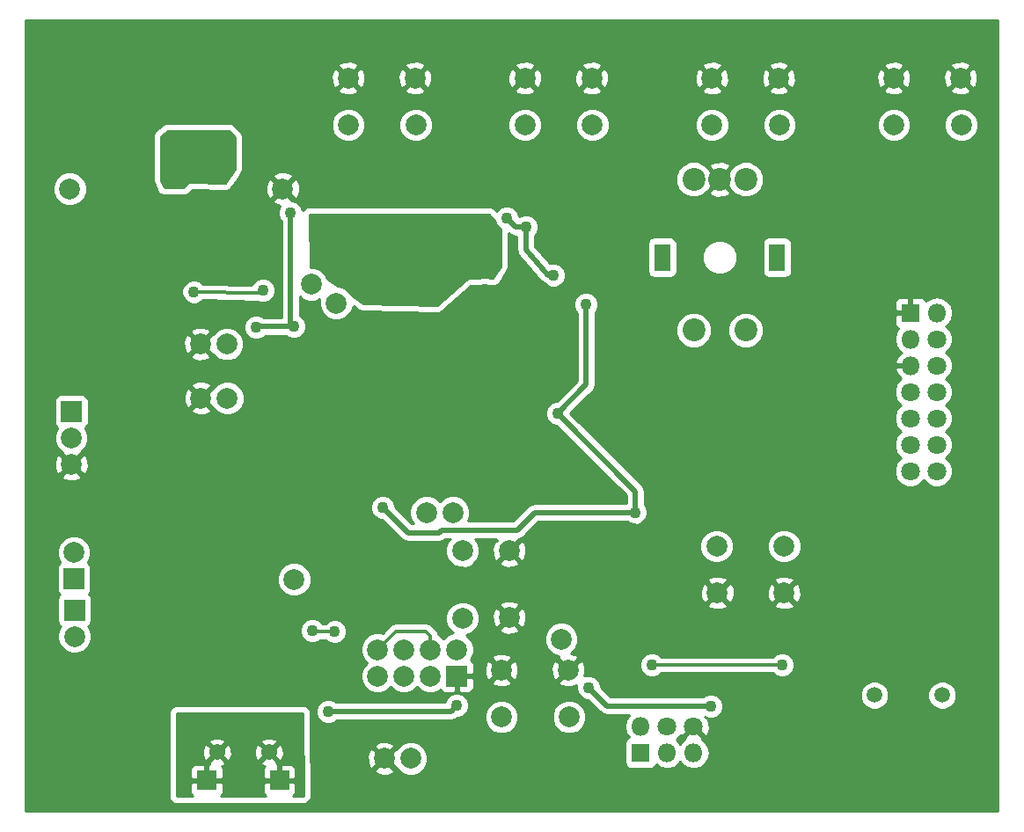
<source format=gtl>
G04 #@! TF.FileFunction,Copper,L1,Top,Signal*
%FSLAX46Y46*%
G04 Gerber Fmt 4.6, Leading zero omitted, Abs format (unit mm)*
G04 Created by KiCad (PCBNEW 4.0.4+dfsg1-stable) date Tue Mar  7 15:21:03 2017*
%MOMM*%
%LPD*%
G01*
G04 APERTURE LIST*
%ADD10C,0.100000*%
%ADD11C,2.000000*%
%ADD12R,1.800000X1.800000*%
%ADD13O,1.800000X1.800000*%
%ADD14C,1.800000*%
%ADD15C,1.500000*%
%ADD16R,2.000000X2.000000*%
%ADD17C,2.200000*%
%ADD18R,1.550000X2.650000*%
%ADD19C,1.550000*%
%ADD20R,1.900000X1.900000*%
%ADD21C,1.100000*%
%ADD22C,0.300000*%
%ADD23C,0.500000*%
%ADD24C,0.200000*%
%ADD25C,0.250000*%
%ADD26C,0.254000*%
G04 APERTURE END LIST*
D10*
D11*
X42752100Y19248800D03*
X42752100Y25751200D03*
X47247900Y19325000D03*
X47247900Y25751200D03*
X4950000Y60600000D03*
X25450000Y60600000D03*
X17580000Y40450000D03*
X20120000Y40450000D03*
X17530000Y45650000D03*
X20070000Y45650000D03*
X39280000Y29450000D03*
X41820000Y29450000D03*
D12*
X85850000Y48650000D03*
D13*
X88390000Y48650000D03*
X85850000Y46110000D03*
D14*
X88390000Y46110000D03*
D13*
X85850000Y43570000D03*
D14*
X88390000Y43570000D03*
X85850000Y41030000D03*
X88390000Y41030000D03*
X85850000Y38490000D03*
X88390000Y38490000D03*
X85850000Y35950000D03*
X88390000Y35950000D03*
X85850000Y33410000D03*
X88390000Y33410000D03*
D15*
X82400000Y11850000D03*
X88900000Y11850000D03*
D12*
X59900000Y6300000D03*
D13*
X59900000Y8840000D03*
X62440000Y6300000D03*
D14*
X62440000Y8840000D03*
D13*
X64980000Y6300000D03*
D14*
X64980000Y8840000D03*
D16*
X5350000Y23050000D03*
D11*
X5350000Y25590000D03*
D16*
X5400000Y20050000D03*
D11*
X5400000Y17510000D03*
D17*
X67500000Y61500000D03*
X70000000Y61500000D03*
X65000000Y61500000D03*
X70000000Y47000000D03*
X65000000Y47000000D03*
D18*
X73025000Y54000000D03*
X61975000Y54000000D03*
D16*
X42200000Y13700000D03*
D11*
X42200000Y16240000D03*
X39660000Y13700000D03*
X39660000Y16240000D03*
X37120000Y13700000D03*
X37120000Y16240000D03*
X34580000Y13700000D03*
X34580000Y16240000D03*
X52250000Y17250000D03*
X26550000Y23000000D03*
X35230000Y5750000D03*
X37770000Y5750000D03*
D16*
X5100000Y39150000D03*
D11*
X5100000Y36610000D03*
X5100000Y34070000D03*
X90751200Y66752100D03*
X84248800Y66752100D03*
X90675000Y71247900D03*
X84248800Y71247900D03*
X73251200Y66752100D03*
X66748800Y66752100D03*
X73175000Y71247900D03*
X66748800Y71247900D03*
X55251200Y66752100D03*
X48748800Y66752100D03*
X55175000Y71247900D03*
X48748800Y71247900D03*
X38251200Y66752100D03*
X31748800Y66752100D03*
X38175000Y71247900D03*
X31748800Y71247900D03*
X67198800Y26197900D03*
X73701200Y26197900D03*
X67275000Y21702100D03*
X73701200Y21702100D03*
X53001200Y9752100D03*
X46498800Y9752100D03*
X52925000Y14247900D03*
X46498800Y14247900D03*
X28200000Y51400000D03*
X30600000Y49600000D03*
D19*
X24127080Y6347280D03*
X19127080Y6347280D03*
D20*
X18127080Y3647280D03*
X25127080Y3647280D03*
D21*
X8250000Y33750000D03*
X44900000Y50900000D03*
X47200000Y48400000D03*
X54550000Y57100000D03*
X56750000Y43700000D03*
X80900000Y17250000D03*
X24450000Y12450000D03*
X67800000Y8450000D03*
X13400000Y55800000D03*
X14650000Y46250000D03*
X15550000Y41300000D03*
X49950000Y45800000D03*
X35750000Y23350000D03*
X27700000Y44900000D03*
X37200000Y31400000D03*
X50000000Y40200000D03*
X19200000Y11400000D03*
X73500000Y14750000D03*
X61000000Y14750000D03*
X54650000Y49450000D03*
X51500000Y52300000D03*
X48850000Y56900000D03*
X47000000Y57750000D03*
X26200000Y58300000D03*
X51900000Y39000000D03*
X59400000Y29450000D03*
X35050000Y29950000D03*
X26550000Y47350000D03*
X22900000Y47250000D03*
X30450000Y17950000D03*
X28300000Y18050000D03*
X42200000Y10850000D03*
X54850000Y12600000D03*
X66650000Y10800000D03*
X29800000Y10300000D03*
X16900000Y50700000D03*
X23550000Y50850000D03*
X19550000Y62500000D03*
X15150000Y61300000D03*
X38900000Y51700000D03*
X34000000Y50700000D03*
D22*
X61000000Y14750000D02*
X73500000Y14750000D01*
X39660000Y16240000D02*
X39660000Y17590000D01*
X36340000Y18000000D02*
X34580000Y16240000D01*
X39250000Y18000000D02*
X36340000Y18000000D01*
X39660000Y17590000D02*
X39250000Y18000000D01*
D23*
X50250000Y29450000D02*
X49700000Y29450000D01*
X59400000Y29450000D02*
X50250000Y29450000D01*
X49700000Y29450000D02*
X48000000Y27750000D01*
X37500000Y27500000D02*
X40500000Y27500000D01*
X40500000Y27500000D02*
X40750000Y27750000D01*
X40750000Y27750000D02*
X48000000Y27750000D01*
X48000000Y27750000D02*
X48050000Y27750000D01*
X37500000Y27500000D02*
X35050000Y29950000D01*
X51900000Y39000000D02*
X51900000Y38950000D01*
X59400000Y31450000D02*
X59400000Y29450000D01*
X51900000Y38950000D02*
X59400000Y31450000D01*
X54650000Y49450000D02*
X54650000Y41750000D01*
X54650000Y41750000D02*
X51900000Y39000000D01*
X48850000Y54750000D02*
X51000000Y52300000D01*
X51000000Y52300000D02*
X51500000Y52300000D01*
X48850000Y56900000D02*
X48850000Y54750000D01*
X48850000Y56900000D02*
X47850000Y56900000D01*
X47850000Y56900000D02*
X47000000Y57750000D01*
X26550000Y47350000D02*
X23000000Y47350000D01*
X23000000Y47350000D02*
X22900000Y47250000D01*
X26200000Y58300000D02*
X26200000Y47700000D01*
X26200000Y47700000D02*
X26550000Y47350000D01*
D24*
X47000000Y57750000D02*
X47850000Y56900000D01*
D25*
X35050000Y29950000D02*
X37500000Y27500000D01*
D22*
X28400000Y17950000D02*
X30450000Y17950000D01*
X28300000Y18050000D02*
X28400000Y17950000D01*
D23*
X54850000Y12600000D02*
X56650000Y10800000D01*
X56650000Y10800000D02*
X66650000Y10800000D01*
X29800000Y10300000D02*
X41650000Y10300000D01*
X41650000Y10300000D02*
X42200000Y10850000D01*
D22*
X56650000Y10800000D02*
X66650000Y10800000D01*
X23250000Y50550000D02*
X16900000Y50700000D01*
X23550000Y50850000D02*
X23250000Y50550000D01*
D26*
G36*
X45342441Y58073165D02*
X45814812Y57536380D01*
X45814794Y57515323D01*
X45994820Y57079628D01*
X46327875Y56745991D01*
X46373000Y56727254D01*
X46373000Y53086424D01*
X45679610Y51977000D01*
X45396343Y51977000D01*
X45136745Y52084794D01*
X44665323Y52085206D01*
X44403445Y51977000D01*
X43300000Y51977000D01*
X43250590Y51966994D01*
X43216027Y51945277D01*
X40303158Y49378003D01*
X33191176Y49526169D01*
X32078081Y50304255D01*
X31986894Y50524943D01*
X31527363Y50985278D01*
X30926648Y51234716D01*
X30746780Y51234873D01*
X29749155Y51932242D01*
X29586894Y52324943D01*
X29127363Y52785278D01*
X28526648Y53034716D01*
X28171562Y53035026D01*
X28126371Y53066616D01*
X28078217Y58122775D01*
X45342441Y58073165D01*
X45342441Y58073165D01*
G37*
X45342441Y58073165D02*
X45814812Y57536380D01*
X45814794Y57515323D01*
X45994820Y57079628D01*
X46327875Y56745991D01*
X46373000Y56727254D01*
X46373000Y53086424D01*
X45679610Y51977000D01*
X45396343Y51977000D01*
X45136745Y52084794D01*
X44665323Y52085206D01*
X44403445Y51977000D01*
X43300000Y51977000D01*
X43250590Y51966994D01*
X43216027Y51945277D01*
X40303158Y49378003D01*
X33191176Y49526169D01*
X32078081Y50304255D01*
X31986894Y50524943D01*
X31527363Y50985278D01*
X30926648Y51234716D01*
X30746780Y51234873D01*
X29749155Y51932242D01*
X29586894Y52324943D01*
X29127363Y52785278D01*
X28526648Y53034716D01*
X28171562Y53035026D01*
X28126371Y53066616D01*
X28078217Y58122775D01*
X45342441Y58073165D01*
G36*
X20823000Y65597394D02*
X20823000Y62489021D01*
X19933365Y61177979D01*
X16551840Y61226987D01*
X16502290Y61217698D01*
X16472567Y61200663D01*
X15856805Y60727000D01*
X14033060Y60727000D01*
X13727000Y61426566D01*
X13727000Y65638961D01*
X14394549Y66173000D01*
X20247394Y66173000D01*
X20823000Y65597394D01*
X20823000Y65597394D01*
G37*
X20823000Y65597394D02*
X20823000Y62489021D01*
X19933365Y61177979D01*
X16551840Y61226987D01*
X16502290Y61217698D01*
X16472567Y61200663D01*
X15856805Y60727000D01*
X14033060Y60727000D01*
X13727000Y61426566D01*
X13727000Y65638961D01*
X14394549Y66173000D01*
X20247394Y66173000D01*
X20823000Y65597394D01*
G36*
X27422218Y2177000D02*
X26454825Y2177000D01*
X26615407Y2337581D01*
X26712080Y2570970D01*
X26712080Y3361530D01*
X26553330Y3520280D01*
X25254080Y3520280D01*
X25254080Y3500280D01*
X25000080Y3500280D01*
X25000080Y3520280D01*
X23700830Y3520280D01*
X23542080Y3361530D01*
X23542080Y2570970D01*
X23638753Y2337581D01*
X23799335Y2177000D01*
X19454825Y2177000D01*
X19615407Y2337581D01*
X19712080Y2570970D01*
X19712080Y3361530D01*
X19553330Y3520280D01*
X18254080Y3520280D01*
X18254080Y3500280D01*
X18000080Y3500280D01*
X18000080Y3520280D01*
X16700830Y3520280D01*
X16542080Y3361530D01*
X16542080Y2570970D01*
X16638753Y2337581D01*
X16799335Y2177000D01*
X15227782Y2177000D01*
X15243405Y4723590D01*
X16542080Y4723590D01*
X16542080Y3933030D01*
X16700830Y3774280D01*
X18000080Y3774280D01*
X18000080Y5073530D01*
X18254080Y5073530D01*
X18254080Y3774280D01*
X19553330Y3774280D01*
X19712080Y3933030D01*
X19712080Y4723590D01*
X19615407Y4956979D01*
X19577704Y4994682D01*
X19866045Y5114117D01*
X19937108Y5357647D01*
X23317052Y5357647D01*
X23388115Y5114117D01*
X23688459Y5006685D01*
X23638753Y4956979D01*
X23542080Y4723590D01*
X23542080Y3933030D01*
X23700830Y3774280D01*
X25000080Y3774280D01*
X25000080Y5073530D01*
X25254080Y5073530D01*
X25254080Y3774280D01*
X26553330Y3774280D01*
X26712080Y3933030D01*
X26712080Y4723590D01*
X26615407Y4956979D01*
X26436778Y5135607D01*
X26203389Y5232280D01*
X25412830Y5232280D01*
X25254080Y5073530D01*
X25000080Y5073530D01*
X24887154Y5186456D01*
X24937108Y5357647D01*
X24127080Y6167675D01*
X23317052Y5357647D01*
X19937108Y5357647D01*
X19127080Y6167675D01*
X18317052Y5357647D01*
X18367006Y5186456D01*
X18254080Y5073530D01*
X18000080Y5073530D01*
X17841330Y5232280D01*
X17050771Y5232280D01*
X16817382Y5135607D01*
X16638753Y4956979D01*
X16542080Y4723590D01*
X15243405Y4723590D01*
X15254659Y6558083D01*
X17704996Y6558083D01*
X17732574Y5997829D01*
X17893917Y5608315D01*
X18137447Y5537252D01*
X18947475Y6347280D01*
X19306685Y6347280D01*
X20116713Y5537252D01*
X20360243Y5608315D01*
X20549164Y6136477D01*
X20528411Y6558083D01*
X22704996Y6558083D01*
X22732574Y5997829D01*
X22893917Y5608315D01*
X23137447Y5537252D01*
X23947475Y6347280D01*
X24306685Y6347280D01*
X25116713Y5537252D01*
X25360243Y5608315D01*
X25549164Y6136477D01*
X25521586Y6696731D01*
X25360243Y7086245D01*
X25116713Y7157308D01*
X24306685Y6347280D01*
X23947475Y6347280D01*
X23137447Y7157308D01*
X22893917Y7086245D01*
X22704996Y6558083D01*
X20528411Y6558083D01*
X20521586Y6696731D01*
X20360243Y7086245D01*
X20116713Y7157308D01*
X19306685Y6347280D01*
X18947475Y6347280D01*
X18137447Y7157308D01*
X17893917Y7086245D01*
X17704996Y6558083D01*
X15254659Y6558083D01*
X15259437Y7336913D01*
X18317052Y7336913D01*
X19127080Y6526885D01*
X19937108Y7336913D01*
X23317052Y7336913D01*
X24127080Y6526885D01*
X24937108Y7336913D01*
X24866045Y7580443D01*
X24337883Y7769364D01*
X23777629Y7741786D01*
X23388115Y7580443D01*
X23317052Y7336913D01*
X19937108Y7336913D01*
X19866045Y7580443D01*
X19337883Y7769364D01*
X18777629Y7741786D01*
X18388115Y7580443D01*
X18317052Y7336913D01*
X15259437Y7336913D01*
X15276224Y10073000D01*
X27373776Y10073000D01*
X27422218Y2177000D01*
X27422218Y2177000D01*
G37*
X27422218Y2177000D02*
X26454825Y2177000D01*
X26615407Y2337581D01*
X26712080Y2570970D01*
X26712080Y3361530D01*
X26553330Y3520280D01*
X25254080Y3520280D01*
X25254080Y3500280D01*
X25000080Y3500280D01*
X25000080Y3520280D01*
X23700830Y3520280D01*
X23542080Y3361530D01*
X23542080Y2570970D01*
X23638753Y2337581D01*
X23799335Y2177000D01*
X19454825Y2177000D01*
X19615407Y2337581D01*
X19712080Y2570970D01*
X19712080Y3361530D01*
X19553330Y3520280D01*
X18254080Y3520280D01*
X18254080Y3500280D01*
X18000080Y3500280D01*
X18000080Y3520280D01*
X16700830Y3520280D01*
X16542080Y3361530D01*
X16542080Y2570970D01*
X16638753Y2337581D01*
X16799335Y2177000D01*
X15227782Y2177000D01*
X15243405Y4723590D01*
X16542080Y4723590D01*
X16542080Y3933030D01*
X16700830Y3774280D01*
X18000080Y3774280D01*
X18000080Y5073530D01*
X18254080Y5073530D01*
X18254080Y3774280D01*
X19553330Y3774280D01*
X19712080Y3933030D01*
X19712080Y4723590D01*
X19615407Y4956979D01*
X19577704Y4994682D01*
X19866045Y5114117D01*
X19937108Y5357647D01*
X23317052Y5357647D01*
X23388115Y5114117D01*
X23688459Y5006685D01*
X23638753Y4956979D01*
X23542080Y4723590D01*
X23542080Y3933030D01*
X23700830Y3774280D01*
X25000080Y3774280D01*
X25000080Y5073530D01*
X25254080Y5073530D01*
X25254080Y3774280D01*
X26553330Y3774280D01*
X26712080Y3933030D01*
X26712080Y4723590D01*
X26615407Y4956979D01*
X26436778Y5135607D01*
X26203389Y5232280D01*
X25412830Y5232280D01*
X25254080Y5073530D01*
X25000080Y5073530D01*
X24887154Y5186456D01*
X24937108Y5357647D01*
X24127080Y6167675D01*
X23317052Y5357647D01*
X19937108Y5357647D01*
X19127080Y6167675D01*
X18317052Y5357647D01*
X18367006Y5186456D01*
X18254080Y5073530D01*
X18000080Y5073530D01*
X17841330Y5232280D01*
X17050771Y5232280D01*
X16817382Y5135607D01*
X16638753Y4956979D01*
X16542080Y4723590D01*
X15243405Y4723590D01*
X15254659Y6558083D01*
X17704996Y6558083D01*
X17732574Y5997829D01*
X17893917Y5608315D01*
X18137447Y5537252D01*
X18947475Y6347280D01*
X19306685Y6347280D01*
X20116713Y5537252D01*
X20360243Y5608315D01*
X20549164Y6136477D01*
X20528411Y6558083D01*
X22704996Y6558083D01*
X22732574Y5997829D01*
X22893917Y5608315D01*
X23137447Y5537252D01*
X23947475Y6347280D01*
X24306685Y6347280D01*
X25116713Y5537252D01*
X25360243Y5608315D01*
X25549164Y6136477D01*
X25521586Y6696731D01*
X25360243Y7086245D01*
X25116713Y7157308D01*
X24306685Y6347280D01*
X23947475Y6347280D01*
X23137447Y7157308D01*
X22893917Y7086245D01*
X22704996Y6558083D01*
X20528411Y6558083D01*
X20521586Y6696731D01*
X20360243Y7086245D01*
X20116713Y7157308D01*
X19306685Y6347280D01*
X18947475Y6347280D01*
X18137447Y7157308D01*
X17893917Y7086245D01*
X17704996Y6558083D01*
X15254659Y6558083D01*
X15259437Y7336913D01*
X18317052Y7336913D01*
X19127080Y6526885D01*
X19937108Y7336913D01*
X23317052Y7336913D01*
X24127080Y6526885D01*
X24937108Y7336913D01*
X24866045Y7580443D01*
X24337883Y7769364D01*
X23777629Y7741786D01*
X23388115Y7580443D01*
X23317052Y7336913D01*
X19937108Y7336913D01*
X19866045Y7580443D01*
X19337883Y7769364D01*
X18777629Y7741786D01*
X18388115Y7580443D01*
X18317052Y7336913D01*
X15259437Y7336913D01*
X15276224Y10073000D01*
X27373776Y10073000D01*
X27422218Y2177000D01*
G36*
X94290000Y710000D02*
X710000Y710000D01*
X710000Y2053896D01*
X14465012Y2053896D01*
X14508427Y1819205D01*
X14644827Y1607233D01*
X14852949Y1465029D01*
X15100000Y1415000D01*
X27550000Y1415000D01*
X27784420Y1459854D01*
X27995551Y1597552D01*
X28136476Y1806543D01*
X28184988Y2053896D01*
X28169385Y4597468D01*
X34257073Y4597468D01*
X34355736Y4330613D01*
X34965461Y4104092D01*
X35615460Y4128144D01*
X36104264Y4330613D01*
X36202927Y4597468D01*
X35230000Y5570395D01*
X34257073Y4597468D01*
X28169385Y4597468D01*
X28160691Y6014539D01*
X33584092Y6014539D01*
X33608144Y5364540D01*
X33810613Y4875736D01*
X34077468Y4777073D01*
X35050395Y5750000D01*
X35409605Y5750000D01*
X36382532Y4777073D01*
X36417938Y4790164D01*
X36842637Y4364722D01*
X37443352Y4115284D01*
X38093795Y4114716D01*
X38694943Y4363106D01*
X39155278Y4822637D01*
X39404716Y5423352D01*
X39405284Y6073795D01*
X39156894Y6674943D01*
X38697363Y7135278D01*
X38096648Y7384716D01*
X37446205Y7385284D01*
X36845057Y7136894D01*
X36417438Y6710022D01*
X36382532Y6722927D01*
X35409605Y5750000D01*
X35050395Y5750000D01*
X34077468Y6722927D01*
X33810613Y6624264D01*
X33584092Y6014539D01*
X28160691Y6014539D01*
X28155244Y6902532D01*
X34257073Y6902532D01*
X35230000Y5929605D01*
X36202927Y6902532D01*
X36104264Y7169387D01*
X35494539Y7395908D01*
X34844540Y7371856D01*
X34355736Y7169387D01*
X34257073Y6902532D01*
X28155244Y6902532D01*
X28135839Y10065323D01*
X28614794Y10065323D01*
X28794820Y9629628D01*
X29127875Y9295991D01*
X29563255Y9115206D01*
X30034677Y9114794D01*
X30470372Y9294820D01*
X30590762Y9415000D01*
X41649995Y9415000D01*
X41650000Y9414999D01*
X41716892Y9428305D01*
X44863516Y9428305D01*
X45111906Y8827157D01*
X45571437Y8366822D01*
X46172152Y8117384D01*
X46822595Y8116816D01*
X47423743Y8365206D01*
X47884078Y8824737D01*
X48133516Y9425452D01*
X48133518Y9428305D01*
X51365916Y9428305D01*
X51614306Y8827157D01*
X52073837Y8366822D01*
X52674552Y8117384D01*
X53324995Y8116816D01*
X53926143Y8365206D01*
X54386478Y8824737D01*
X54635916Y9425452D01*
X54636484Y10075895D01*
X54388094Y10677043D01*
X53928563Y11137378D01*
X53327848Y11386816D01*
X52677405Y11387384D01*
X52076257Y11138994D01*
X51615922Y10679463D01*
X51366484Y10078748D01*
X51365916Y9428305D01*
X48133518Y9428305D01*
X48134084Y10075895D01*
X47885694Y10677043D01*
X47426163Y11137378D01*
X46825448Y11386816D01*
X46175005Y11387384D01*
X45573857Y11138994D01*
X45113522Y10679463D01*
X44864084Y10078748D01*
X44863516Y9428305D01*
X41716892Y9428305D01*
X41932484Y9471190D01*
X41988675Y9482367D01*
X42261924Y9664945D01*
X42434677Y9664794D01*
X42870372Y9844820D01*
X43204009Y10177875D01*
X43384794Y10613255D01*
X43385206Y11084677D01*
X43205180Y11520372D01*
X42872125Y11854009D01*
X42436745Y12034794D01*
X41965323Y12035206D01*
X41529628Y11855180D01*
X41195991Y11522125D01*
X41056005Y11185000D01*
X30590926Y11185000D01*
X30472125Y11304009D01*
X30036745Y11484794D01*
X29565323Y11485206D01*
X29129628Y11305180D01*
X28795991Y10972125D01*
X28615206Y10536745D01*
X28614794Y10065323D01*
X28135839Y10065323D01*
X28134988Y10203896D01*
X28091573Y10430795D01*
X27955173Y10642767D01*
X27747051Y10784971D01*
X27500000Y10835000D01*
X15150000Y10835000D01*
X14922838Y10792978D01*
X14710034Y10657881D01*
X14566556Y10450635D01*
X14515012Y10203896D01*
X14465012Y2053896D01*
X710000Y2053896D01*
X710000Y24050000D01*
X3702560Y24050000D01*
X3702560Y22050000D01*
X3746838Y21814683D01*
X3885910Y21598559D01*
X3979961Y21534297D01*
X3948559Y21514090D01*
X3803569Y21301890D01*
X3752560Y21050000D01*
X3752560Y19050000D01*
X3796838Y18814683D01*
X3935910Y18598559D01*
X4078561Y18501090D01*
X4014722Y18437363D01*
X3765284Y17836648D01*
X3764716Y17186205D01*
X4013106Y16585057D01*
X4472637Y16124722D01*
X5073352Y15875284D01*
X5723795Y15874716D01*
X5824205Y15916205D01*
X32944716Y15916205D01*
X33193106Y15315057D01*
X33537759Y14969801D01*
X33194722Y14627363D01*
X32945284Y14026648D01*
X32944716Y13376205D01*
X33193106Y12775057D01*
X33652637Y12314722D01*
X34253352Y12065284D01*
X34903795Y12064716D01*
X35504943Y12313106D01*
X35850199Y12657759D01*
X36192637Y12314722D01*
X36793352Y12065284D01*
X37443795Y12064716D01*
X38044943Y12313106D01*
X38390199Y12657759D01*
X38732637Y12314722D01*
X39333352Y12065284D01*
X39983795Y12064716D01*
X40584943Y12313106D01*
X40647197Y12375251D01*
X40661673Y12340302D01*
X40840301Y12161673D01*
X41073690Y12065000D01*
X41914250Y12065000D01*
X42073000Y12223750D01*
X42073000Y13573000D01*
X42327000Y13573000D01*
X42327000Y12223750D01*
X42485750Y12065000D01*
X43326310Y12065000D01*
X43559699Y12161673D01*
X43738327Y12340302D01*
X43835000Y12573691D01*
X43835000Y13095368D01*
X45525873Y13095368D01*
X45624536Y12828513D01*
X46234261Y12601992D01*
X46884260Y12626044D01*
X47373064Y12828513D01*
X47471727Y13095368D01*
X51952073Y13095368D01*
X52050736Y12828513D01*
X52660461Y12601992D01*
X53310460Y12626044D01*
X53665150Y12772961D01*
X53664794Y12365323D01*
X53844820Y11929628D01*
X54177875Y11595991D01*
X54613255Y11415206D01*
X54783363Y11415057D01*
X56024208Y10174213D01*
X56024210Y10174210D01*
X56311325Y9982367D01*
X56650000Y9915000D01*
X58777564Y9915000D01*
X58451773Y9427419D01*
X58334928Y8840000D01*
X58451773Y8252581D01*
X58755859Y7797484D01*
X58548559Y7664090D01*
X58403569Y7451890D01*
X58352560Y7200000D01*
X58352560Y5400000D01*
X58396838Y5164683D01*
X58535910Y4948559D01*
X58748110Y4803569D01*
X59000000Y4752560D01*
X60800000Y4752560D01*
X61035317Y4796838D01*
X61251441Y4935910D01*
X61396431Y5148110D01*
X61399719Y5164344D01*
X61822509Y4881845D01*
X62409928Y4765000D01*
X62470072Y4765000D01*
X63057491Y4881845D01*
X63555481Y5214591D01*
X63710000Y5445845D01*
X63864519Y5214591D01*
X64362509Y4881845D01*
X64949928Y4765000D01*
X65010072Y4765000D01*
X65597491Y4881845D01*
X66095481Y5214591D01*
X66428227Y5712581D01*
X66545072Y6300000D01*
X66428227Y6887419D01*
X66095481Y7385409D01*
X65817081Y7571430D01*
X65880554Y7759841D01*
X64980000Y8660395D01*
X64079446Y7759841D01*
X64142919Y7571430D01*
X63864519Y7385409D01*
X63710000Y7154155D01*
X63555481Y7385409D01*
X63315926Y7545474D01*
X63740551Y7969357D01*
X63749203Y7990194D01*
X63899841Y7939446D01*
X64800395Y8840000D01*
X64786253Y8854142D01*
X64965858Y9033747D01*
X64980000Y9019605D01*
X64994143Y9033747D01*
X65173748Y8854142D01*
X65159605Y8840000D01*
X66060159Y7939446D01*
X66316643Y8025852D01*
X66526458Y8599336D01*
X66500839Y9209460D01*
X66316643Y9654148D01*
X66060161Y9740553D01*
X66075190Y9755582D01*
X66413255Y9615206D01*
X66884677Y9614794D01*
X67320372Y9794820D01*
X67654009Y10127875D01*
X67834794Y10563255D01*
X67835206Y11034677D01*
X67655180Y11470372D01*
X67550021Y11575715D01*
X81014760Y11575715D01*
X81225169Y11066485D01*
X81614436Y10676539D01*
X82123298Y10465241D01*
X82674285Y10464760D01*
X83183515Y10675169D01*
X83573461Y11064436D01*
X83784759Y11573298D01*
X83784761Y11575715D01*
X87514760Y11575715D01*
X87725169Y11066485D01*
X88114436Y10676539D01*
X88623298Y10465241D01*
X89174285Y10464760D01*
X89683515Y10675169D01*
X90073461Y11064436D01*
X90284759Y11573298D01*
X90285240Y12124285D01*
X90074831Y12633515D01*
X89685564Y13023461D01*
X89176702Y13234759D01*
X88625715Y13235240D01*
X88116485Y13024831D01*
X87726539Y12635564D01*
X87515241Y12126702D01*
X87514760Y11575715D01*
X83784761Y11575715D01*
X83785240Y12124285D01*
X83574831Y12633515D01*
X83185564Y13023461D01*
X82676702Y13234759D01*
X82125715Y13235240D01*
X81616485Y13024831D01*
X81226539Y12635564D01*
X81015241Y12126702D01*
X81014760Y11575715D01*
X67550021Y11575715D01*
X67322125Y11804009D01*
X66886745Y11984794D01*
X66415323Y11985206D01*
X65979628Y11805180D01*
X65859238Y11685000D01*
X57016579Y11685000D01*
X56035059Y12666521D01*
X56035206Y12834677D01*
X55855180Y13270372D01*
X55522125Y13604009D01*
X55086745Y13784794D01*
X54615323Y13785206D01*
X54475886Y13727592D01*
X54570908Y13983361D01*
X54551224Y14515323D01*
X59814794Y14515323D01*
X59994820Y14079628D01*
X60327875Y13745991D01*
X60763255Y13565206D01*
X61234677Y13564794D01*
X61670372Y13744820D01*
X61890937Y13965000D01*
X72609248Y13965000D01*
X72827875Y13745991D01*
X73263255Y13565206D01*
X73734677Y13564794D01*
X74170372Y13744820D01*
X74504009Y14077875D01*
X74684794Y14513255D01*
X74685206Y14984677D01*
X74505180Y15420372D01*
X74172125Y15754009D01*
X73736745Y15934794D01*
X73265323Y15935206D01*
X72829628Y15755180D01*
X72609063Y15535000D01*
X61890752Y15535000D01*
X61672125Y15754009D01*
X61236745Y15934794D01*
X60765323Y15935206D01*
X60329628Y15755180D01*
X59995991Y15422125D01*
X59815206Y14986745D01*
X59814794Y14515323D01*
X54551224Y14515323D01*
X54546856Y14633360D01*
X54344387Y15122164D01*
X54077532Y15220827D01*
X53104605Y14247900D01*
X53118748Y14233757D01*
X52939143Y14054152D01*
X52925000Y14068295D01*
X51952073Y13095368D01*
X47471727Y13095368D01*
X46498800Y14068295D01*
X45525873Y13095368D01*
X43835000Y13095368D01*
X43835000Y13414250D01*
X43676250Y13573000D01*
X42327000Y13573000D01*
X42073000Y13573000D01*
X42053000Y13573000D01*
X42053000Y13827000D01*
X42073000Y13827000D01*
X42073000Y13847000D01*
X42327000Y13847000D01*
X42327000Y13827000D01*
X43676250Y13827000D01*
X43835000Y13985750D01*
X43835000Y14512439D01*
X44852892Y14512439D01*
X44876944Y13862440D01*
X45079413Y13373636D01*
X45346268Y13274973D01*
X46319195Y14247900D01*
X46678405Y14247900D01*
X47651332Y13274973D01*
X47918187Y13373636D01*
X48144708Y13983361D01*
X48125131Y14512439D01*
X51279092Y14512439D01*
X51303144Y13862440D01*
X51505613Y13373636D01*
X51772468Y13274973D01*
X52745395Y14247900D01*
X51772468Y15220827D01*
X51505613Y15122164D01*
X51279092Y14512439D01*
X48125131Y14512439D01*
X48120656Y14633360D01*
X47918187Y15122164D01*
X47651332Y15220827D01*
X46678405Y14247900D01*
X46319195Y14247900D01*
X45346268Y15220827D01*
X45079413Y15122164D01*
X44852892Y14512439D01*
X43835000Y14512439D01*
X43835000Y14826309D01*
X43738327Y15059698D01*
X43559699Y15238327D01*
X43525167Y15252631D01*
X43585278Y15312637D01*
X43621733Y15400432D01*
X45525873Y15400432D01*
X46498800Y14427505D01*
X47471727Y15400432D01*
X47373064Y15667287D01*
X46763339Y15893808D01*
X46113340Y15869756D01*
X45624536Y15667287D01*
X45525873Y15400432D01*
X43621733Y15400432D01*
X43834716Y15913352D01*
X43835284Y16563795D01*
X43685539Y16926205D01*
X50614716Y16926205D01*
X50863106Y16325057D01*
X51322637Y15864722D01*
X51923352Y15615284D01*
X52031474Y15615190D01*
X51952073Y15400432D01*
X52925000Y14427505D01*
X53897927Y15400432D01*
X53799264Y15667287D01*
X53201316Y15889433D01*
X53635278Y16322637D01*
X53884716Y16923352D01*
X53885284Y17573795D01*
X53636894Y18174943D01*
X53177363Y18635278D01*
X52576648Y18884716D01*
X51926205Y18885284D01*
X51325057Y18636894D01*
X50864722Y18177363D01*
X50615284Y17576648D01*
X50614716Y16926205D01*
X43685539Y16926205D01*
X43586894Y17164943D01*
X43127363Y17625278D01*
X43115890Y17630042D01*
X43677043Y17861906D01*
X43988148Y18172468D01*
X46274973Y18172468D01*
X46373636Y17905613D01*
X46983361Y17679092D01*
X47633360Y17703144D01*
X48122164Y17905613D01*
X48220827Y18172468D01*
X47247900Y19145395D01*
X46274973Y18172468D01*
X43988148Y18172468D01*
X44137378Y18321437D01*
X44386816Y18922152D01*
X44387384Y19572595D01*
X44380383Y19589539D01*
X45601992Y19589539D01*
X45626044Y18939540D01*
X45828513Y18450736D01*
X46095368Y18352073D01*
X47068295Y19325000D01*
X47427505Y19325000D01*
X48400432Y18352073D01*
X48667287Y18450736D01*
X48893808Y19060461D01*
X48869756Y19710460D01*
X48667287Y20199264D01*
X48400432Y20297927D01*
X47427505Y19325000D01*
X47068295Y19325000D01*
X46095368Y20297927D01*
X45828513Y20199264D01*
X45601992Y19589539D01*
X44380383Y19589539D01*
X44138994Y20173743D01*
X43835736Y20477532D01*
X46274973Y20477532D01*
X47247900Y19504605D01*
X48220827Y20477532D01*
X48194194Y20549568D01*
X66302073Y20549568D01*
X66400736Y20282713D01*
X67010461Y20056192D01*
X67660460Y20080244D01*
X68149264Y20282713D01*
X68247927Y20549568D01*
X72728273Y20549568D01*
X72826936Y20282713D01*
X73436661Y20056192D01*
X74086660Y20080244D01*
X74575464Y20282713D01*
X74674127Y20549568D01*
X73701200Y21522495D01*
X72728273Y20549568D01*
X68247927Y20549568D01*
X67275000Y21522495D01*
X66302073Y20549568D01*
X48194194Y20549568D01*
X48122164Y20744387D01*
X47512439Y20970908D01*
X46862440Y20946856D01*
X46373636Y20744387D01*
X46274973Y20477532D01*
X43835736Y20477532D01*
X43679463Y20634078D01*
X43078748Y20883516D01*
X42428305Y20884084D01*
X41827157Y20635694D01*
X41366822Y20176163D01*
X41117384Y19575448D01*
X41116816Y18925005D01*
X41365206Y18323857D01*
X41824737Y17863522D01*
X41836210Y17858758D01*
X41275057Y17626894D01*
X40929801Y17282241D01*
X40587363Y17625278D01*
X40424534Y17692890D01*
X40385245Y17890406D01*
X40215079Y18145079D01*
X39805079Y18555079D01*
X39550407Y18725245D01*
X39250000Y18785000D01*
X36340000Y18785000D01*
X36039594Y18725245D01*
X35784921Y18555079D01*
X35046490Y17816648D01*
X34906648Y17874716D01*
X34256205Y17875284D01*
X33655057Y17626894D01*
X33194722Y17167363D01*
X32945284Y16566648D01*
X32944716Y15916205D01*
X5824205Y15916205D01*
X6324943Y16123106D01*
X6785278Y16582637D01*
X7034716Y17183352D01*
X7035267Y17815323D01*
X27114794Y17815323D01*
X27294820Y17379628D01*
X27627875Y17045991D01*
X28063255Y16865206D01*
X28534677Y16864794D01*
X28970372Y17044820D01*
X29090762Y17165000D01*
X29559248Y17165000D01*
X29777875Y16945991D01*
X30213255Y16765206D01*
X30684677Y16764794D01*
X31120372Y16944820D01*
X31454009Y17277875D01*
X31634794Y17713255D01*
X31635206Y18184677D01*
X31455180Y18620372D01*
X31122125Y18954009D01*
X30686745Y19134794D01*
X30215323Y19135206D01*
X29779628Y18955180D01*
X29559063Y18735000D01*
X29290578Y18735000D01*
X28972125Y19054009D01*
X28536745Y19234794D01*
X28065323Y19235206D01*
X27629628Y19055180D01*
X27295991Y18722125D01*
X27115206Y18286745D01*
X27114794Y17815323D01*
X7035267Y17815323D01*
X7035284Y17833795D01*
X6786894Y18434943D01*
X6720379Y18501574D01*
X6851441Y18585910D01*
X6996431Y18798110D01*
X7047440Y19050000D01*
X7047440Y21050000D01*
X7003162Y21285317D01*
X6864090Y21501441D01*
X6770039Y21565703D01*
X6801441Y21585910D01*
X6946431Y21798110D01*
X6997440Y22050000D01*
X6997440Y22676205D01*
X24914716Y22676205D01*
X25163106Y22075057D01*
X25622637Y21614722D01*
X26223352Y21365284D01*
X26873795Y21364716D01*
X27474943Y21613106D01*
X27829094Y21966639D01*
X65629092Y21966639D01*
X65653144Y21316640D01*
X65855613Y20827836D01*
X66122468Y20729173D01*
X67095395Y21702100D01*
X67454605Y21702100D01*
X68427532Y20729173D01*
X68694387Y20827836D01*
X68920908Y21437561D01*
X68901331Y21966639D01*
X72055292Y21966639D01*
X72079344Y21316640D01*
X72281813Y20827836D01*
X72548668Y20729173D01*
X73521595Y21702100D01*
X73880805Y21702100D01*
X74853732Y20729173D01*
X75120587Y20827836D01*
X75347108Y21437561D01*
X75323056Y22087560D01*
X75120587Y22576364D01*
X74853732Y22675027D01*
X73880805Y21702100D01*
X73521595Y21702100D01*
X72548668Y22675027D01*
X72281813Y22576364D01*
X72055292Y21966639D01*
X68901331Y21966639D01*
X68896856Y22087560D01*
X68694387Y22576364D01*
X68427532Y22675027D01*
X67454605Y21702100D01*
X67095395Y21702100D01*
X66122468Y22675027D01*
X65855613Y22576364D01*
X65629092Y21966639D01*
X27829094Y21966639D01*
X27935278Y22072637D01*
X28184716Y22673352D01*
X28184874Y22854632D01*
X66302073Y22854632D01*
X67275000Y21881705D01*
X68247927Y22854632D01*
X72728273Y22854632D01*
X73701200Y21881705D01*
X74674127Y22854632D01*
X74575464Y23121487D01*
X73965739Y23348008D01*
X73315740Y23323956D01*
X72826936Y23121487D01*
X72728273Y22854632D01*
X68247927Y22854632D01*
X68149264Y23121487D01*
X67539539Y23348008D01*
X66889540Y23323956D01*
X66400736Y23121487D01*
X66302073Y22854632D01*
X28184874Y22854632D01*
X28185284Y23323795D01*
X27936894Y23924943D01*
X27477363Y24385278D01*
X26876648Y24634716D01*
X26226205Y24635284D01*
X25625057Y24386894D01*
X25164722Y23927363D01*
X24915284Y23326648D01*
X24914716Y22676205D01*
X6997440Y22676205D01*
X6997440Y24050000D01*
X6953162Y24285317D01*
X6814090Y24501441D01*
X6671439Y24598910D01*
X6735278Y24662637D01*
X6984716Y25263352D01*
X6985284Y25913795D01*
X6736894Y26514943D01*
X6277363Y26975278D01*
X5676648Y27224716D01*
X5026205Y27225284D01*
X4425057Y26976894D01*
X3964722Y26517363D01*
X3715284Y25916648D01*
X3714716Y25266205D01*
X3963106Y24665057D01*
X4029621Y24598426D01*
X3898559Y24514090D01*
X3753569Y24301890D01*
X3702560Y24050000D01*
X710000Y24050000D01*
X710000Y29715323D01*
X33864794Y29715323D01*
X34044820Y29279628D01*
X34377875Y28945991D01*
X34813255Y28765206D01*
X34983363Y28765057D01*
X36874208Y26874213D01*
X36874210Y26874210D01*
X37161325Y26682367D01*
X37500000Y26614999D01*
X37500005Y26615000D01*
X40499995Y26615000D01*
X40500000Y26614999D01*
X40807385Y26676143D01*
X40838675Y26682367D01*
X41112006Y26865000D01*
X41553585Y26865000D01*
X41366822Y26678563D01*
X41117384Y26077848D01*
X41116816Y25427405D01*
X41365206Y24826257D01*
X41824737Y24365922D01*
X42425452Y24116484D01*
X43075895Y24115916D01*
X43677043Y24364306D01*
X43911815Y24598668D01*
X46274973Y24598668D01*
X46373636Y24331813D01*
X46983361Y24105292D01*
X47633360Y24129344D01*
X48122164Y24331813D01*
X48220827Y24598668D01*
X47247900Y25571595D01*
X46274973Y24598668D01*
X43911815Y24598668D01*
X44137378Y24823837D01*
X44386816Y25424552D01*
X44387384Y26074995D01*
X44138994Y26676143D01*
X43950467Y26865000D01*
X46007680Y26865000D01*
X45981086Y26838406D01*
X46095366Y26724126D01*
X45828513Y26625464D01*
X45601992Y26015739D01*
X45626044Y25365740D01*
X45828513Y24876936D01*
X46095368Y24778273D01*
X47068295Y25751200D01*
X47427505Y25751200D01*
X48400432Y24778273D01*
X48667287Y24876936D01*
X48893808Y25486661D01*
X48879472Y25874105D01*
X65563516Y25874105D01*
X65811906Y25272957D01*
X66271437Y24812622D01*
X66872152Y24563184D01*
X67522595Y24562616D01*
X68123743Y24811006D01*
X68584078Y25270537D01*
X68833516Y25871252D01*
X68833518Y25874105D01*
X72065916Y25874105D01*
X72314306Y25272957D01*
X72773837Y24812622D01*
X73374552Y24563184D01*
X74024995Y24562616D01*
X74626143Y24811006D01*
X75086478Y25270537D01*
X75335916Y25871252D01*
X75336484Y26521695D01*
X75088094Y27122843D01*
X74628563Y27583178D01*
X74027848Y27832616D01*
X73377405Y27833184D01*
X72776257Y27584794D01*
X72315922Y27125263D01*
X72066484Y26524548D01*
X72065916Y25874105D01*
X68833518Y25874105D01*
X68834084Y26521695D01*
X68585694Y27122843D01*
X68126163Y27583178D01*
X67525448Y27832616D01*
X66875005Y27833184D01*
X66273857Y27584794D01*
X65813522Y27125263D01*
X65564084Y26524548D01*
X65563516Y25874105D01*
X48879472Y25874105D01*
X48869756Y26136660D01*
X48667287Y26625464D01*
X48400432Y26724127D01*
X47427505Y25751200D01*
X47068295Y25751200D01*
X47054153Y25765342D01*
X47233758Y25944947D01*
X47247900Y25930805D01*
X48214895Y26897800D01*
X48388675Y26932367D01*
X48675790Y27124210D01*
X48776472Y27274892D01*
X50066579Y28565000D01*
X58609074Y28565000D01*
X58727875Y28445991D01*
X59163255Y28265206D01*
X59634677Y28264794D01*
X60070372Y28444820D01*
X60404009Y28777875D01*
X60584794Y29213255D01*
X60585206Y29684677D01*
X60405180Y30120372D01*
X60285000Y30240762D01*
X60285000Y31449995D01*
X60285001Y31450000D01*
X60217633Y31788674D01*
X60217633Y31788675D01*
X60025790Y32075790D01*
X60025787Y32075792D01*
X53126580Y38975000D01*
X54877588Y40726009D01*
X84314735Y40726009D01*
X84547932Y40161629D01*
X84949182Y39759677D01*
X84549449Y39360643D01*
X84315267Y38796670D01*
X84314735Y38186009D01*
X84547932Y37621629D01*
X84949182Y37219677D01*
X84549449Y36820643D01*
X84315267Y36256670D01*
X84314735Y35646009D01*
X84547932Y35081629D01*
X84949182Y34679677D01*
X84549449Y34280643D01*
X84315267Y33716670D01*
X84314735Y33106009D01*
X84547932Y32541629D01*
X84979357Y32109449D01*
X85543330Y31875267D01*
X86153991Y31874735D01*
X86718371Y32107932D01*
X87120323Y32509182D01*
X87519357Y32109449D01*
X88083330Y31875267D01*
X88693991Y31874735D01*
X89258371Y32107932D01*
X89690551Y32539357D01*
X89924733Y33103330D01*
X89925265Y33713991D01*
X89692068Y34278371D01*
X89290818Y34680323D01*
X89690551Y35079357D01*
X89924733Y35643330D01*
X89925265Y36253991D01*
X89692068Y36818371D01*
X89290818Y37220323D01*
X89690551Y37619357D01*
X89924733Y38183330D01*
X89925265Y38793991D01*
X89692068Y39358371D01*
X89290818Y39760323D01*
X89690551Y40159357D01*
X89924733Y40723330D01*
X89925265Y41333991D01*
X89692068Y41898371D01*
X89290818Y42300323D01*
X89690551Y42699357D01*
X89924733Y43263330D01*
X89925265Y43873991D01*
X89692068Y44438371D01*
X89290818Y44840323D01*
X89690551Y45239357D01*
X89924733Y45803330D01*
X89925265Y46413991D01*
X89692068Y46978371D01*
X89272340Y47398833D01*
X89475409Y47534519D01*
X89808155Y48032509D01*
X89925000Y48619928D01*
X89925000Y48680072D01*
X89808155Y49267491D01*
X89475409Y49765481D01*
X88977419Y50098227D01*
X88390000Y50215072D01*
X87802581Y50098227D01*
X87338640Y49788232D01*
X87288327Y49909698D01*
X87109699Y50088327D01*
X86876310Y50185000D01*
X86135750Y50185000D01*
X85977000Y50026250D01*
X85977000Y48777000D01*
X85997000Y48777000D01*
X85997000Y48523000D01*
X85977000Y48523000D01*
X85977000Y48503000D01*
X85723000Y48503000D01*
X85723000Y48523000D01*
X84473750Y48523000D01*
X84315000Y48364250D01*
X84315000Y47623691D01*
X84411673Y47390302D01*
X84590301Y47211673D01*
X84719583Y47158122D01*
X84431845Y46727491D01*
X84315000Y46140072D01*
X84315000Y46079928D01*
X84431845Y45492509D01*
X84764591Y44994519D01*
X85002582Y44835499D01*
X84612034Y44477576D01*
X84358954Y43934742D01*
X84479003Y43697000D01*
X85723000Y43697000D01*
X85723000Y43717000D01*
X85977000Y43717000D01*
X85977000Y43697000D01*
X85997000Y43697000D01*
X85997000Y43443000D01*
X85977000Y43443000D01*
X85977000Y43423000D01*
X85723000Y43423000D01*
X85723000Y43443000D01*
X84479003Y43443000D01*
X84358954Y43205258D01*
X84612034Y42662424D01*
X84977260Y42327707D01*
X84549449Y41900643D01*
X84315267Y41336670D01*
X84314735Y40726009D01*
X54877588Y40726009D01*
X55275787Y41124208D01*
X55275790Y41124210D01*
X55467633Y41411325D01*
X55535000Y41750000D01*
X55535000Y46656401D01*
X63264699Y46656401D01*
X63528281Y46018485D01*
X64015918Y45529996D01*
X64653373Y45265301D01*
X65343599Y45264699D01*
X65981515Y45528281D01*
X66470004Y46015918D01*
X66734699Y46653373D01*
X66734701Y46656401D01*
X68264699Y46656401D01*
X68528281Y46018485D01*
X69015918Y45529996D01*
X69653373Y45265301D01*
X70343599Y45264699D01*
X70981515Y45528281D01*
X71470004Y46015918D01*
X71734699Y46653373D01*
X71735301Y47343599D01*
X71471719Y47981515D01*
X70984082Y48470004D01*
X70346627Y48734699D01*
X69656401Y48735301D01*
X69018485Y48471719D01*
X68529996Y47984082D01*
X68265301Y47346627D01*
X68264699Y46656401D01*
X66734701Y46656401D01*
X66735301Y47343599D01*
X66471719Y47981515D01*
X65984082Y48470004D01*
X65346627Y48734699D01*
X64656401Y48735301D01*
X64018485Y48471719D01*
X63529996Y47984082D01*
X63265301Y47346627D01*
X63264699Y46656401D01*
X55535000Y46656401D01*
X55535000Y48659074D01*
X55654009Y48777875D01*
X55834794Y49213255D01*
X55835198Y49676309D01*
X84315000Y49676309D01*
X84315000Y48935750D01*
X84473750Y48777000D01*
X85723000Y48777000D01*
X85723000Y50026250D01*
X85564250Y50185000D01*
X84823690Y50185000D01*
X84590301Y50088327D01*
X84411673Y49909698D01*
X84315000Y49676309D01*
X55835198Y49676309D01*
X55835206Y49684677D01*
X55655180Y50120372D01*
X55322125Y50454009D01*
X54886745Y50634794D01*
X54415323Y50635206D01*
X53979628Y50455180D01*
X53645991Y50122125D01*
X53465206Y49686745D01*
X53464794Y49215323D01*
X53644820Y48779628D01*
X53765000Y48659238D01*
X53765000Y42116579D01*
X51833479Y40185059D01*
X51665323Y40185206D01*
X51229628Y40005180D01*
X50895991Y39672125D01*
X50715206Y39236745D01*
X50714794Y38765323D01*
X50894820Y38329628D01*
X51227875Y37995991D01*
X51663255Y37815206D01*
X51783319Y37815101D01*
X58515000Y31083421D01*
X58515000Y30335000D01*
X49700005Y30335000D01*
X49700000Y30335001D01*
X49417516Y30278810D01*
X49361325Y30267633D01*
X49074210Y30075790D01*
X49074208Y30075787D01*
X47633420Y28635000D01*
X43251935Y28635000D01*
X43454716Y29123352D01*
X43455284Y29773795D01*
X43206894Y30374943D01*
X42747363Y30835278D01*
X42146648Y31084716D01*
X41496205Y31085284D01*
X40895057Y30836894D01*
X40549801Y30492241D01*
X40207363Y30835278D01*
X39606648Y31084716D01*
X38956205Y31085284D01*
X38355057Y30836894D01*
X37894722Y30377363D01*
X37645284Y29776648D01*
X37644716Y29126205D01*
X37893106Y28525057D01*
X38032918Y28385000D01*
X37866579Y28385000D01*
X36235059Y30016521D01*
X36235206Y30184677D01*
X36055180Y30620372D01*
X35722125Y30954009D01*
X35286745Y31134794D01*
X34815323Y31135206D01*
X34379628Y30955180D01*
X34045991Y30622125D01*
X33865206Y30186745D01*
X33864794Y29715323D01*
X710000Y29715323D01*
X710000Y32917468D01*
X4127073Y32917468D01*
X4225736Y32650613D01*
X4835461Y32424092D01*
X5485460Y32448144D01*
X5974264Y32650613D01*
X6072927Y32917468D01*
X5100000Y33890395D01*
X4127073Y32917468D01*
X710000Y32917468D01*
X710000Y34334539D01*
X3454092Y34334539D01*
X3478144Y33684540D01*
X3680613Y33195736D01*
X3947468Y33097073D01*
X4920395Y34070000D01*
X5279605Y34070000D01*
X6252532Y33097073D01*
X6519387Y33195736D01*
X6745908Y33805461D01*
X6721856Y34455460D01*
X6519387Y34944264D01*
X6252532Y35042927D01*
X5279605Y34070000D01*
X4920395Y34070000D01*
X3947468Y35042927D01*
X3680613Y34944264D01*
X3454092Y34334539D01*
X710000Y34334539D01*
X710000Y40150000D01*
X3452560Y40150000D01*
X3452560Y38150000D01*
X3496838Y37914683D01*
X3635910Y37698559D01*
X3778561Y37601090D01*
X3714722Y37537363D01*
X3465284Y36936648D01*
X3464716Y36286205D01*
X3713106Y35685057D01*
X4139978Y35257438D01*
X4127073Y35222532D01*
X5100000Y34249605D01*
X6072927Y35222532D01*
X6059836Y35257938D01*
X6485278Y35682637D01*
X6734716Y36283352D01*
X6735284Y36933795D01*
X6486894Y37534943D01*
X6420379Y37601574D01*
X6551441Y37685910D01*
X6696431Y37898110D01*
X6747440Y38150000D01*
X6747440Y39297468D01*
X16607073Y39297468D01*
X16705736Y39030613D01*
X17315461Y38804092D01*
X17965460Y38828144D01*
X18454264Y39030613D01*
X18552927Y39297468D01*
X17580000Y40270395D01*
X16607073Y39297468D01*
X6747440Y39297468D01*
X6747440Y40150000D01*
X6703162Y40385317D01*
X6564090Y40601441D01*
X6398566Y40714539D01*
X15934092Y40714539D01*
X15958144Y40064540D01*
X16160613Y39575736D01*
X16427468Y39477073D01*
X17400395Y40450000D01*
X17759605Y40450000D01*
X18732532Y39477073D01*
X18767938Y39490164D01*
X19192637Y39064722D01*
X19793352Y38815284D01*
X20443795Y38814716D01*
X21044943Y39063106D01*
X21505278Y39522637D01*
X21754716Y40123352D01*
X21755284Y40773795D01*
X21506894Y41374943D01*
X21047363Y41835278D01*
X20446648Y42084716D01*
X19796205Y42085284D01*
X19195057Y41836894D01*
X18767438Y41410022D01*
X18732532Y41422927D01*
X17759605Y40450000D01*
X17400395Y40450000D01*
X16427468Y41422927D01*
X16160613Y41324264D01*
X15934092Y40714539D01*
X6398566Y40714539D01*
X6351890Y40746431D01*
X6100000Y40797440D01*
X4100000Y40797440D01*
X3864683Y40753162D01*
X3648559Y40614090D01*
X3503569Y40401890D01*
X3452560Y40150000D01*
X710000Y40150000D01*
X710000Y41602532D01*
X16607073Y41602532D01*
X17580000Y40629605D01*
X18552927Y41602532D01*
X18454264Y41869387D01*
X17844539Y42095908D01*
X17194540Y42071856D01*
X16705736Y41869387D01*
X16607073Y41602532D01*
X710000Y41602532D01*
X710000Y44497468D01*
X16557073Y44497468D01*
X16655736Y44230613D01*
X17265461Y44004092D01*
X17915460Y44028144D01*
X18404264Y44230613D01*
X18502927Y44497468D01*
X17530000Y45470395D01*
X16557073Y44497468D01*
X710000Y44497468D01*
X710000Y45914539D01*
X15884092Y45914539D01*
X15908144Y45264540D01*
X16110613Y44775736D01*
X16377468Y44677073D01*
X17350395Y45650000D01*
X17709605Y45650000D01*
X18682532Y44677073D01*
X18717938Y44690164D01*
X19142637Y44264722D01*
X19743352Y44015284D01*
X20393795Y44014716D01*
X20994943Y44263106D01*
X21455278Y44722637D01*
X21704716Y45323352D01*
X21705284Y45973795D01*
X21456894Y46574943D01*
X21017284Y47015323D01*
X21714794Y47015323D01*
X21894820Y46579628D01*
X22227875Y46245991D01*
X22663255Y46065206D01*
X23134677Y46064794D01*
X23570372Y46244820D01*
X23790937Y46465000D01*
X25759074Y46465000D01*
X25877875Y46345991D01*
X26313255Y46165206D01*
X26784677Y46164794D01*
X27220372Y46344820D01*
X27554009Y46677875D01*
X27734794Y47113255D01*
X27735206Y47584677D01*
X27555180Y48020372D01*
X27222125Y48354009D01*
X27085000Y48410948D01*
X27085000Y50202687D01*
X27272637Y50014722D01*
X27873352Y49765284D01*
X28523795Y49764716D01*
X28975553Y49951379D01*
X28965284Y49926648D01*
X28964716Y49276205D01*
X29213106Y48675057D01*
X29672637Y48214722D01*
X30273352Y47965284D01*
X30923795Y47964716D01*
X31524943Y48213106D01*
X31985278Y48672637D01*
X32232043Y49266915D01*
X32786191Y48879550D01*
X33136774Y48765138D01*
X40336774Y48615138D01*
X40551444Y48647800D01*
X40769863Y48773617D01*
X43539894Y51215000D01*
X45750000Y51215000D01*
X45884224Y51229348D01*
X46115118Y51330468D01*
X46288479Y51513451D01*
X47038479Y52713451D01*
X47135000Y53050000D01*
X47135000Y56363421D01*
X47224208Y56274213D01*
X47224210Y56274210D01*
X47387655Y56165000D01*
X47511326Y56082366D01*
X47850000Y56014999D01*
X47850005Y56015000D01*
X47965000Y56015000D01*
X47965000Y54750000D01*
X47993165Y54608405D01*
X48012059Y54465254D01*
X48026670Y54439966D01*
X48032367Y54411325D01*
X48112580Y54291277D01*
X48184811Y54166263D01*
X50334811Y51716263D01*
X50357984Y51698493D01*
X50374210Y51674210D01*
X50494268Y51593990D01*
X50608833Y51506141D01*
X50621466Y51502760D01*
X50827875Y51295991D01*
X51263255Y51115206D01*
X51734677Y51114794D01*
X52170372Y51294820D01*
X52504009Y51627875D01*
X52684794Y52063255D01*
X52685206Y52534677D01*
X52505180Y52970372D01*
X52172125Y53304009D01*
X51736745Y53484794D01*
X51265323Y53485206D01*
X51171419Y53446405D01*
X49735000Y55083255D01*
X49735000Y55325000D01*
X60552560Y55325000D01*
X60552560Y52675000D01*
X60596838Y52439683D01*
X60735910Y52223559D01*
X60948110Y52078569D01*
X61200000Y52027560D01*
X62750000Y52027560D01*
X62985317Y52071838D01*
X63201441Y52210910D01*
X63346431Y52423110D01*
X63397440Y52675000D01*
X63397440Y53666303D01*
X65814708Y53666303D01*
X66070694Y53046771D01*
X66544278Y52572360D01*
X67163362Y52315293D01*
X67833697Y52314708D01*
X68453229Y52570694D01*
X68927640Y53044278D01*
X69184707Y53663362D01*
X69185292Y54333697D01*
X68929306Y54953229D01*
X68558184Y55325000D01*
X71602560Y55325000D01*
X71602560Y52675000D01*
X71646838Y52439683D01*
X71785910Y52223559D01*
X71998110Y52078569D01*
X72250000Y52027560D01*
X73800000Y52027560D01*
X74035317Y52071838D01*
X74251441Y52210910D01*
X74396431Y52423110D01*
X74447440Y52675000D01*
X74447440Y55325000D01*
X74403162Y55560317D01*
X74264090Y55776441D01*
X74051890Y55921431D01*
X73800000Y55972440D01*
X72250000Y55972440D01*
X72014683Y55928162D01*
X71798559Y55789090D01*
X71653569Y55576890D01*
X71602560Y55325000D01*
X68558184Y55325000D01*
X68455722Y55427640D01*
X67836638Y55684707D01*
X67166303Y55685292D01*
X66546771Y55429306D01*
X66072360Y54955722D01*
X65815293Y54336638D01*
X65814708Y53666303D01*
X63397440Y53666303D01*
X63397440Y55325000D01*
X63353162Y55560317D01*
X63214090Y55776441D01*
X63001890Y55921431D01*
X62750000Y55972440D01*
X61200000Y55972440D01*
X60964683Y55928162D01*
X60748559Y55789090D01*
X60603569Y55576890D01*
X60552560Y55325000D01*
X49735000Y55325000D01*
X49735000Y56109074D01*
X49854009Y56227875D01*
X50034794Y56663255D01*
X50035206Y57134677D01*
X49855180Y57570372D01*
X49522125Y57904009D01*
X49086745Y58084794D01*
X48615323Y58085206D01*
X48185139Y57907457D01*
X48185206Y57984677D01*
X48005180Y58420372D01*
X47672125Y58754009D01*
X47236745Y58934794D01*
X46765323Y58935206D01*
X46329628Y58755180D01*
X46024951Y58451035D01*
X45876703Y58619499D01*
X45648730Y58784259D01*
X45401825Y58834997D01*
X28001825Y58884997D01*
X28000000Y58885000D01*
X27950000Y58885000D01*
X27713581Y58839348D01*
X27502918Y58700936D01*
X27385198Y58525073D01*
X27385206Y58534677D01*
X27205180Y58970372D01*
X26872125Y59304009D01*
X26436745Y59484794D01*
X26385556Y59484839D01*
X25450000Y60420395D01*
X24477073Y59447468D01*
X24575736Y59180613D01*
X25185461Y58954092D01*
X25188551Y58954206D01*
X25015206Y58536745D01*
X25014794Y58065323D01*
X25194820Y57629628D01*
X25315000Y57509238D01*
X25315000Y48235000D01*
X23591101Y48235000D01*
X23572125Y48254009D01*
X23136745Y48434794D01*
X22665323Y48435206D01*
X22229628Y48255180D01*
X21895991Y47922125D01*
X21715206Y47486745D01*
X21714794Y47015323D01*
X21017284Y47015323D01*
X20997363Y47035278D01*
X20396648Y47284716D01*
X19746205Y47285284D01*
X19145057Y47036894D01*
X18717438Y46610022D01*
X18682532Y46622927D01*
X17709605Y45650000D01*
X17350395Y45650000D01*
X16377468Y46622927D01*
X16110613Y46524264D01*
X15884092Y45914539D01*
X710000Y45914539D01*
X710000Y46802532D01*
X16557073Y46802532D01*
X17530000Y45829605D01*
X18502927Y46802532D01*
X18404264Y47069387D01*
X17794539Y47295908D01*
X17144540Y47271856D01*
X16655736Y47069387D01*
X16557073Y46802532D01*
X710000Y46802532D01*
X710000Y50465323D01*
X15714794Y50465323D01*
X15894820Y50029628D01*
X16227875Y49695991D01*
X16663255Y49515206D01*
X17134677Y49514794D01*
X17570372Y49694820D01*
X17770127Y49894227D01*
X23062801Y49769203D01*
X23313255Y49665206D01*
X23784677Y49664794D01*
X24220372Y49844820D01*
X24554009Y50177875D01*
X24734794Y50613255D01*
X24735206Y51084677D01*
X24555180Y51520372D01*
X24222125Y51854009D01*
X23786745Y52034794D01*
X23315323Y52035206D01*
X22879628Y51855180D01*
X22545991Y51522125D01*
X22475973Y51353503D01*
X17812040Y51463675D01*
X17572125Y51704009D01*
X17136745Y51884794D01*
X16665323Y51885206D01*
X16229628Y51705180D01*
X15895991Y51372125D01*
X15715206Y50936745D01*
X15714794Y50465323D01*
X710000Y50465323D01*
X710000Y60276205D01*
X3314716Y60276205D01*
X3563106Y59675057D01*
X4022637Y59214722D01*
X4623352Y58965284D01*
X5273795Y58964716D01*
X5874943Y59213106D01*
X6335278Y59672637D01*
X6584716Y60273352D01*
X6585284Y60923795D01*
X6336894Y61524943D01*
X5877363Y61985278D01*
X5276648Y62234716D01*
X4626205Y62235284D01*
X4025057Y61986894D01*
X3564722Y61527363D01*
X3315284Y60926648D01*
X3314716Y60276205D01*
X710000Y60276205D01*
X710000Y65700000D01*
X12965000Y65700000D01*
X12965000Y61400000D01*
X13018240Y61145480D01*
X13368240Y60345480D01*
X13494827Y60157233D01*
X13702949Y60015029D01*
X13950000Y59965000D01*
X15900000Y59965000D01*
X16060845Y59985709D01*
X16287166Y60096684D01*
X16761898Y60461863D01*
X19990798Y60415067D01*
X20345330Y60517110D01*
X20525447Y60693447D01*
X20641545Y60864539D01*
X23804092Y60864539D01*
X23828144Y60214540D01*
X24030613Y59725736D01*
X24297468Y59627073D01*
X25270395Y60600000D01*
X25629605Y60600000D01*
X26602532Y59627073D01*
X26869387Y59725736D01*
X27095908Y60335461D01*
X27071856Y60985460D01*
X27001051Y61156401D01*
X63264699Y61156401D01*
X63528281Y60518485D01*
X64015918Y60029996D01*
X64653373Y59765301D01*
X65343599Y59764699D01*
X65981515Y60028281D01*
X66228797Y60275132D01*
X66454737Y60275132D01*
X66565641Y59997901D01*
X67211593Y59754677D01*
X67901453Y59777164D01*
X68434359Y59997901D01*
X68545263Y60275132D01*
X67500000Y61320395D01*
X66454737Y60275132D01*
X66228797Y60275132D01*
X66470004Y60515918D01*
X66564937Y60744542D01*
X67320395Y61500000D01*
X67679605Y61500000D01*
X68434744Y60744861D01*
X68528281Y60518485D01*
X69015918Y60029996D01*
X69653373Y59765301D01*
X70343599Y59764699D01*
X70981515Y60028281D01*
X71470004Y60515918D01*
X71734699Y61153373D01*
X71735301Y61843599D01*
X71471719Y62481515D01*
X70984082Y62970004D01*
X70346627Y63234699D01*
X69656401Y63235301D01*
X69018485Y62971719D01*
X68529996Y62484082D01*
X68435063Y62255458D01*
X67679605Y61500000D01*
X67320395Y61500000D01*
X66565256Y62255139D01*
X66471719Y62481515D01*
X66228791Y62724868D01*
X66454737Y62724868D01*
X67500000Y61679605D01*
X68545263Y62724868D01*
X68434359Y63002099D01*
X67788407Y63245323D01*
X67098547Y63222836D01*
X66565641Y63002099D01*
X66454737Y62724868D01*
X66228791Y62724868D01*
X65984082Y62970004D01*
X65346627Y63234699D01*
X64656401Y63235301D01*
X64018485Y62971719D01*
X63529996Y62484082D01*
X63265301Y61846627D01*
X63264699Y61156401D01*
X27001051Y61156401D01*
X26869387Y61474264D01*
X26602532Y61572927D01*
X25629605Y60600000D01*
X25270395Y60600000D01*
X24297468Y61572927D01*
X24030613Y61474264D01*
X23804092Y60864539D01*
X20641545Y60864539D01*
X21244111Y61752532D01*
X24477073Y61752532D01*
X25450000Y60779605D01*
X26422927Y61752532D01*
X26324264Y62019387D01*
X25714539Y62245908D01*
X25064540Y62221856D01*
X24575736Y62019387D01*
X24477073Y61752532D01*
X21244111Y61752532D01*
X21475447Y62093447D01*
X21585000Y62450000D01*
X21585000Y65650000D01*
X21538328Y65888946D01*
X21399013Y66099013D01*
X21069721Y66428305D01*
X30113516Y66428305D01*
X30361906Y65827157D01*
X30821437Y65366822D01*
X31422152Y65117384D01*
X32072595Y65116816D01*
X32673743Y65365206D01*
X33134078Y65824737D01*
X33383516Y66425452D01*
X33383518Y66428305D01*
X36615916Y66428305D01*
X36864306Y65827157D01*
X37323837Y65366822D01*
X37924552Y65117384D01*
X38574995Y65116816D01*
X39176143Y65365206D01*
X39636478Y65824737D01*
X39885916Y66425452D01*
X39885918Y66428305D01*
X47113516Y66428305D01*
X47361906Y65827157D01*
X47821437Y65366822D01*
X48422152Y65117384D01*
X49072595Y65116816D01*
X49673743Y65365206D01*
X50134078Y65824737D01*
X50383516Y66425452D01*
X50383518Y66428305D01*
X53615916Y66428305D01*
X53864306Y65827157D01*
X54323837Y65366822D01*
X54924552Y65117384D01*
X55574995Y65116816D01*
X56176143Y65365206D01*
X56636478Y65824737D01*
X56885916Y66425452D01*
X56885918Y66428305D01*
X65113516Y66428305D01*
X65361906Y65827157D01*
X65821437Y65366822D01*
X66422152Y65117384D01*
X67072595Y65116816D01*
X67673743Y65365206D01*
X68134078Y65824737D01*
X68383516Y66425452D01*
X68383518Y66428305D01*
X71615916Y66428305D01*
X71864306Y65827157D01*
X72323837Y65366822D01*
X72924552Y65117384D01*
X73574995Y65116816D01*
X74176143Y65365206D01*
X74636478Y65824737D01*
X74885916Y66425452D01*
X74885918Y66428305D01*
X82613516Y66428305D01*
X82861906Y65827157D01*
X83321437Y65366822D01*
X83922152Y65117384D01*
X84572595Y65116816D01*
X85173743Y65365206D01*
X85634078Y65824737D01*
X85883516Y66425452D01*
X85883518Y66428305D01*
X89115916Y66428305D01*
X89364306Y65827157D01*
X89823837Y65366822D01*
X90424552Y65117384D01*
X91074995Y65116816D01*
X91676143Y65365206D01*
X92136478Y65824737D01*
X92385916Y66425452D01*
X92386484Y67075895D01*
X92138094Y67677043D01*
X91678563Y68137378D01*
X91077848Y68386816D01*
X90427405Y68387384D01*
X89826257Y68138994D01*
X89365922Y67679463D01*
X89116484Y67078748D01*
X89115916Y66428305D01*
X85883518Y66428305D01*
X85884084Y67075895D01*
X85635694Y67677043D01*
X85176163Y68137378D01*
X84575448Y68386816D01*
X83925005Y68387384D01*
X83323857Y68138994D01*
X82863522Y67679463D01*
X82614084Y67078748D01*
X82613516Y66428305D01*
X74885918Y66428305D01*
X74886484Y67075895D01*
X74638094Y67677043D01*
X74178563Y68137378D01*
X73577848Y68386816D01*
X72927405Y68387384D01*
X72326257Y68138994D01*
X71865922Y67679463D01*
X71616484Y67078748D01*
X71615916Y66428305D01*
X68383518Y66428305D01*
X68384084Y67075895D01*
X68135694Y67677043D01*
X67676163Y68137378D01*
X67075448Y68386816D01*
X66425005Y68387384D01*
X65823857Y68138994D01*
X65363522Y67679463D01*
X65114084Y67078748D01*
X65113516Y66428305D01*
X56885918Y66428305D01*
X56886484Y67075895D01*
X56638094Y67677043D01*
X56178563Y68137378D01*
X55577848Y68386816D01*
X54927405Y68387384D01*
X54326257Y68138994D01*
X53865922Y67679463D01*
X53616484Y67078748D01*
X53615916Y66428305D01*
X50383518Y66428305D01*
X50384084Y67075895D01*
X50135694Y67677043D01*
X49676163Y68137378D01*
X49075448Y68386816D01*
X48425005Y68387384D01*
X47823857Y68138994D01*
X47363522Y67679463D01*
X47114084Y67078748D01*
X47113516Y66428305D01*
X39885918Y66428305D01*
X39886484Y67075895D01*
X39638094Y67677043D01*
X39178563Y68137378D01*
X38577848Y68386816D01*
X37927405Y68387384D01*
X37326257Y68138994D01*
X36865922Y67679463D01*
X36616484Y67078748D01*
X36615916Y66428305D01*
X33383518Y66428305D01*
X33384084Y67075895D01*
X33135694Y67677043D01*
X32676163Y68137378D01*
X32075448Y68386816D01*
X31425005Y68387384D01*
X30823857Y68138994D01*
X30363522Y67679463D01*
X30114084Y67078748D01*
X30113516Y66428305D01*
X21069721Y66428305D01*
X20749013Y66749013D01*
X20547051Y66884971D01*
X20300000Y66935000D01*
X14350000Y66935000D01*
X14177486Y66911117D01*
X13953319Y66795852D01*
X13203319Y66195852D01*
X13015029Y65947051D01*
X12965000Y65700000D01*
X710000Y65700000D01*
X710000Y70095368D01*
X30775873Y70095368D01*
X30874536Y69828513D01*
X31484261Y69601992D01*
X32134260Y69626044D01*
X32623064Y69828513D01*
X32721727Y70095368D01*
X37202073Y70095368D01*
X37300736Y69828513D01*
X37910461Y69601992D01*
X38560460Y69626044D01*
X39049264Y69828513D01*
X39147927Y70095368D01*
X47775873Y70095368D01*
X47874536Y69828513D01*
X48484261Y69601992D01*
X49134260Y69626044D01*
X49623064Y69828513D01*
X49721727Y70095368D01*
X54202073Y70095368D01*
X54300736Y69828513D01*
X54910461Y69601992D01*
X55560460Y69626044D01*
X56049264Y69828513D01*
X56147927Y70095368D01*
X65775873Y70095368D01*
X65874536Y69828513D01*
X66484261Y69601992D01*
X67134260Y69626044D01*
X67623064Y69828513D01*
X67721727Y70095368D01*
X72202073Y70095368D01*
X72300736Y69828513D01*
X72910461Y69601992D01*
X73560460Y69626044D01*
X74049264Y69828513D01*
X74147927Y70095368D01*
X83275873Y70095368D01*
X83374536Y69828513D01*
X83984261Y69601992D01*
X84634260Y69626044D01*
X85123064Y69828513D01*
X85221727Y70095368D01*
X89702073Y70095368D01*
X89800736Y69828513D01*
X90410461Y69601992D01*
X91060460Y69626044D01*
X91549264Y69828513D01*
X91647927Y70095368D01*
X90675000Y71068295D01*
X89702073Y70095368D01*
X85221727Y70095368D01*
X84248800Y71068295D01*
X83275873Y70095368D01*
X74147927Y70095368D01*
X73175000Y71068295D01*
X72202073Y70095368D01*
X67721727Y70095368D01*
X66748800Y71068295D01*
X65775873Y70095368D01*
X56147927Y70095368D01*
X55175000Y71068295D01*
X54202073Y70095368D01*
X49721727Y70095368D01*
X48748800Y71068295D01*
X47775873Y70095368D01*
X39147927Y70095368D01*
X38175000Y71068295D01*
X37202073Y70095368D01*
X32721727Y70095368D01*
X31748800Y71068295D01*
X30775873Y70095368D01*
X710000Y70095368D01*
X710000Y71512439D01*
X30102892Y71512439D01*
X30126944Y70862440D01*
X30329413Y70373636D01*
X30596268Y70274973D01*
X31569195Y71247900D01*
X31928405Y71247900D01*
X32901332Y70274973D01*
X33168187Y70373636D01*
X33394708Y70983361D01*
X33375131Y71512439D01*
X36529092Y71512439D01*
X36553144Y70862440D01*
X36755613Y70373636D01*
X37022468Y70274973D01*
X37995395Y71247900D01*
X38354605Y71247900D01*
X39327532Y70274973D01*
X39594387Y70373636D01*
X39820908Y70983361D01*
X39801331Y71512439D01*
X47102892Y71512439D01*
X47126944Y70862440D01*
X47329413Y70373636D01*
X47596268Y70274973D01*
X48569195Y71247900D01*
X48928405Y71247900D01*
X49901332Y70274973D01*
X50168187Y70373636D01*
X50394708Y70983361D01*
X50375131Y71512439D01*
X53529092Y71512439D01*
X53553144Y70862440D01*
X53755613Y70373636D01*
X54022468Y70274973D01*
X54995395Y71247900D01*
X55354605Y71247900D01*
X56327532Y70274973D01*
X56594387Y70373636D01*
X56820908Y70983361D01*
X56801331Y71512439D01*
X65102892Y71512439D01*
X65126944Y70862440D01*
X65329413Y70373636D01*
X65596268Y70274973D01*
X66569195Y71247900D01*
X66928405Y71247900D01*
X67901332Y70274973D01*
X68168187Y70373636D01*
X68394708Y70983361D01*
X68375131Y71512439D01*
X71529092Y71512439D01*
X71553144Y70862440D01*
X71755613Y70373636D01*
X72022468Y70274973D01*
X72995395Y71247900D01*
X73354605Y71247900D01*
X74327532Y70274973D01*
X74594387Y70373636D01*
X74820908Y70983361D01*
X74801331Y71512439D01*
X82602892Y71512439D01*
X82626944Y70862440D01*
X82829413Y70373636D01*
X83096268Y70274973D01*
X84069195Y71247900D01*
X84428405Y71247900D01*
X85401332Y70274973D01*
X85668187Y70373636D01*
X85894708Y70983361D01*
X85875131Y71512439D01*
X89029092Y71512439D01*
X89053144Y70862440D01*
X89255613Y70373636D01*
X89522468Y70274973D01*
X90495395Y71247900D01*
X90854605Y71247900D01*
X91827532Y70274973D01*
X92094387Y70373636D01*
X92320908Y70983361D01*
X92296856Y71633360D01*
X92094387Y72122164D01*
X91827532Y72220827D01*
X90854605Y71247900D01*
X90495395Y71247900D01*
X89522468Y72220827D01*
X89255613Y72122164D01*
X89029092Y71512439D01*
X85875131Y71512439D01*
X85870656Y71633360D01*
X85668187Y72122164D01*
X85401332Y72220827D01*
X84428405Y71247900D01*
X84069195Y71247900D01*
X83096268Y72220827D01*
X82829413Y72122164D01*
X82602892Y71512439D01*
X74801331Y71512439D01*
X74796856Y71633360D01*
X74594387Y72122164D01*
X74327532Y72220827D01*
X73354605Y71247900D01*
X72995395Y71247900D01*
X72022468Y72220827D01*
X71755613Y72122164D01*
X71529092Y71512439D01*
X68375131Y71512439D01*
X68370656Y71633360D01*
X68168187Y72122164D01*
X67901332Y72220827D01*
X66928405Y71247900D01*
X66569195Y71247900D01*
X65596268Y72220827D01*
X65329413Y72122164D01*
X65102892Y71512439D01*
X56801331Y71512439D01*
X56796856Y71633360D01*
X56594387Y72122164D01*
X56327532Y72220827D01*
X55354605Y71247900D01*
X54995395Y71247900D01*
X54022468Y72220827D01*
X53755613Y72122164D01*
X53529092Y71512439D01*
X50375131Y71512439D01*
X50370656Y71633360D01*
X50168187Y72122164D01*
X49901332Y72220827D01*
X48928405Y71247900D01*
X48569195Y71247900D01*
X47596268Y72220827D01*
X47329413Y72122164D01*
X47102892Y71512439D01*
X39801331Y71512439D01*
X39796856Y71633360D01*
X39594387Y72122164D01*
X39327532Y72220827D01*
X38354605Y71247900D01*
X37995395Y71247900D01*
X37022468Y72220827D01*
X36755613Y72122164D01*
X36529092Y71512439D01*
X33375131Y71512439D01*
X33370656Y71633360D01*
X33168187Y72122164D01*
X32901332Y72220827D01*
X31928405Y71247900D01*
X31569195Y71247900D01*
X30596268Y72220827D01*
X30329413Y72122164D01*
X30102892Y71512439D01*
X710000Y71512439D01*
X710000Y72400432D01*
X30775873Y72400432D01*
X31748800Y71427505D01*
X32721727Y72400432D01*
X37202073Y72400432D01*
X38175000Y71427505D01*
X39147927Y72400432D01*
X47775873Y72400432D01*
X48748800Y71427505D01*
X49721727Y72400432D01*
X54202073Y72400432D01*
X55175000Y71427505D01*
X56147927Y72400432D01*
X65775873Y72400432D01*
X66748800Y71427505D01*
X67721727Y72400432D01*
X72202073Y72400432D01*
X73175000Y71427505D01*
X74147927Y72400432D01*
X83275873Y72400432D01*
X84248800Y71427505D01*
X85221727Y72400432D01*
X89702073Y72400432D01*
X90675000Y71427505D01*
X91647927Y72400432D01*
X91549264Y72667287D01*
X90939539Y72893808D01*
X90289540Y72869756D01*
X89800736Y72667287D01*
X89702073Y72400432D01*
X85221727Y72400432D01*
X85123064Y72667287D01*
X84513339Y72893808D01*
X83863340Y72869756D01*
X83374536Y72667287D01*
X83275873Y72400432D01*
X74147927Y72400432D01*
X74049264Y72667287D01*
X73439539Y72893808D01*
X72789540Y72869756D01*
X72300736Y72667287D01*
X72202073Y72400432D01*
X67721727Y72400432D01*
X67623064Y72667287D01*
X67013339Y72893808D01*
X66363340Y72869756D01*
X65874536Y72667287D01*
X65775873Y72400432D01*
X56147927Y72400432D01*
X56049264Y72667287D01*
X55439539Y72893808D01*
X54789540Y72869756D01*
X54300736Y72667287D01*
X54202073Y72400432D01*
X49721727Y72400432D01*
X49623064Y72667287D01*
X49013339Y72893808D01*
X48363340Y72869756D01*
X47874536Y72667287D01*
X47775873Y72400432D01*
X39147927Y72400432D01*
X39049264Y72667287D01*
X38439539Y72893808D01*
X37789540Y72869756D01*
X37300736Y72667287D01*
X37202073Y72400432D01*
X32721727Y72400432D01*
X32623064Y72667287D01*
X32013339Y72893808D01*
X31363340Y72869756D01*
X30874536Y72667287D01*
X30775873Y72400432D01*
X710000Y72400432D01*
X710000Y76790000D01*
X94290000Y76790000D01*
X94290000Y710000D01*
X94290000Y710000D01*
G37*
X94290000Y710000D02*
X710000Y710000D01*
X710000Y2053896D01*
X14465012Y2053896D01*
X14508427Y1819205D01*
X14644827Y1607233D01*
X14852949Y1465029D01*
X15100000Y1415000D01*
X27550000Y1415000D01*
X27784420Y1459854D01*
X27995551Y1597552D01*
X28136476Y1806543D01*
X28184988Y2053896D01*
X28169385Y4597468D01*
X34257073Y4597468D01*
X34355736Y4330613D01*
X34965461Y4104092D01*
X35615460Y4128144D01*
X36104264Y4330613D01*
X36202927Y4597468D01*
X35230000Y5570395D01*
X34257073Y4597468D01*
X28169385Y4597468D01*
X28160691Y6014539D01*
X33584092Y6014539D01*
X33608144Y5364540D01*
X33810613Y4875736D01*
X34077468Y4777073D01*
X35050395Y5750000D01*
X35409605Y5750000D01*
X36382532Y4777073D01*
X36417938Y4790164D01*
X36842637Y4364722D01*
X37443352Y4115284D01*
X38093795Y4114716D01*
X38694943Y4363106D01*
X39155278Y4822637D01*
X39404716Y5423352D01*
X39405284Y6073795D01*
X39156894Y6674943D01*
X38697363Y7135278D01*
X38096648Y7384716D01*
X37446205Y7385284D01*
X36845057Y7136894D01*
X36417438Y6710022D01*
X36382532Y6722927D01*
X35409605Y5750000D01*
X35050395Y5750000D01*
X34077468Y6722927D01*
X33810613Y6624264D01*
X33584092Y6014539D01*
X28160691Y6014539D01*
X28155244Y6902532D01*
X34257073Y6902532D01*
X35230000Y5929605D01*
X36202927Y6902532D01*
X36104264Y7169387D01*
X35494539Y7395908D01*
X34844540Y7371856D01*
X34355736Y7169387D01*
X34257073Y6902532D01*
X28155244Y6902532D01*
X28135839Y10065323D01*
X28614794Y10065323D01*
X28794820Y9629628D01*
X29127875Y9295991D01*
X29563255Y9115206D01*
X30034677Y9114794D01*
X30470372Y9294820D01*
X30590762Y9415000D01*
X41649995Y9415000D01*
X41650000Y9414999D01*
X41716892Y9428305D01*
X44863516Y9428305D01*
X45111906Y8827157D01*
X45571437Y8366822D01*
X46172152Y8117384D01*
X46822595Y8116816D01*
X47423743Y8365206D01*
X47884078Y8824737D01*
X48133516Y9425452D01*
X48133518Y9428305D01*
X51365916Y9428305D01*
X51614306Y8827157D01*
X52073837Y8366822D01*
X52674552Y8117384D01*
X53324995Y8116816D01*
X53926143Y8365206D01*
X54386478Y8824737D01*
X54635916Y9425452D01*
X54636484Y10075895D01*
X54388094Y10677043D01*
X53928563Y11137378D01*
X53327848Y11386816D01*
X52677405Y11387384D01*
X52076257Y11138994D01*
X51615922Y10679463D01*
X51366484Y10078748D01*
X51365916Y9428305D01*
X48133518Y9428305D01*
X48134084Y10075895D01*
X47885694Y10677043D01*
X47426163Y11137378D01*
X46825448Y11386816D01*
X46175005Y11387384D01*
X45573857Y11138994D01*
X45113522Y10679463D01*
X44864084Y10078748D01*
X44863516Y9428305D01*
X41716892Y9428305D01*
X41932484Y9471190D01*
X41988675Y9482367D01*
X42261924Y9664945D01*
X42434677Y9664794D01*
X42870372Y9844820D01*
X43204009Y10177875D01*
X43384794Y10613255D01*
X43385206Y11084677D01*
X43205180Y11520372D01*
X42872125Y11854009D01*
X42436745Y12034794D01*
X41965323Y12035206D01*
X41529628Y11855180D01*
X41195991Y11522125D01*
X41056005Y11185000D01*
X30590926Y11185000D01*
X30472125Y11304009D01*
X30036745Y11484794D01*
X29565323Y11485206D01*
X29129628Y11305180D01*
X28795991Y10972125D01*
X28615206Y10536745D01*
X28614794Y10065323D01*
X28135839Y10065323D01*
X28134988Y10203896D01*
X28091573Y10430795D01*
X27955173Y10642767D01*
X27747051Y10784971D01*
X27500000Y10835000D01*
X15150000Y10835000D01*
X14922838Y10792978D01*
X14710034Y10657881D01*
X14566556Y10450635D01*
X14515012Y10203896D01*
X14465012Y2053896D01*
X710000Y2053896D01*
X710000Y24050000D01*
X3702560Y24050000D01*
X3702560Y22050000D01*
X3746838Y21814683D01*
X3885910Y21598559D01*
X3979961Y21534297D01*
X3948559Y21514090D01*
X3803569Y21301890D01*
X3752560Y21050000D01*
X3752560Y19050000D01*
X3796838Y18814683D01*
X3935910Y18598559D01*
X4078561Y18501090D01*
X4014722Y18437363D01*
X3765284Y17836648D01*
X3764716Y17186205D01*
X4013106Y16585057D01*
X4472637Y16124722D01*
X5073352Y15875284D01*
X5723795Y15874716D01*
X5824205Y15916205D01*
X32944716Y15916205D01*
X33193106Y15315057D01*
X33537759Y14969801D01*
X33194722Y14627363D01*
X32945284Y14026648D01*
X32944716Y13376205D01*
X33193106Y12775057D01*
X33652637Y12314722D01*
X34253352Y12065284D01*
X34903795Y12064716D01*
X35504943Y12313106D01*
X35850199Y12657759D01*
X36192637Y12314722D01*
X36793352Y12065284D01*
X37443795Y12064716D01*
X38044943Y12313106D01*
X38390199Y12657759D01*
X38732637Y12314722D01*
X39333352Y12065284D01*
X39983795Y12064716D01*
X40584943Y12313106D01*
X40647197Y12375251D01*
X40661673Y12340302D01*
X40840301Y12161673D01*
X41073690Y12065000D01*
X41914250Y12065000D01*
X42073000Y12223750D01*
X42073000Y13573000D01*
X42327000Y13573000D01*
X42327000Y12223750D01*
X42485750Y12065000D01*
X43326310Y12065000D01*
X43559699Y12161673D01*
X43738327Y12340302D01*
X43835000Y12573691D01*
X43835000Y13095368D01*
X45525873Y13095368D01*
X45624536Y12828513D01*
X46234261Y12601992D01*
X46884260Y12626044D01*
X47373064Y12828513D01*
X47471727Y13095368D01*
X51952073Y13095368D01*
X52050736Y12828513D01*
X52660461Y12601992D01*
X53310460Y12626044D01*
X53665150Y12772961D01*
X53664794Y12365323D01*
X53844820Y11929628D01*
X54177875Y11595991D01*
X54613255Y11415206D01*
X54783363Y11415057D01*
X56024208Y10174213D01*
X56024210Y10174210D01*
X56311325Y9982367D01*
X56650000Y9915000D01*
X58777564Y9915000D01*
X58451773Y9427419D01*
X58334928Y8840000D01*
X58451773Y8252581D01*
X58755859Y7797484D01*
X58548559Y7664090D01*
X58403569Y7451890D01*
X58352560Y7200000D01*
X58352560Y5400000D01*
X58396838Y5164683D01*
X58535910Y4948559D01*
X58748110Y4803569D01*
X59000000Y4752560D01*
X60800000Y4752560D01*
X61035317Y4796838D01*
X61251441Y4935910D01*
X61396431Y5148110D01*
X61399719Y5164344D01*
X61822509Y4881845D01*
X62409928Y4765000D01*
X62470072Y4765000D01*
X63057491Y4881845D01*
X63555481Y5214591D01*
X63710000Y5445845D01*
X63864519Y5214591D01*
X64362509Y4881845D01*
X64949928Y4765000D01*
X65010072Y4765000D01*
X65597491Y4881845D01*
X66095481Y5214591D01*
X66428227Y5712581D01*
X66545072Y6300000D01*
X66428227Y6887419D01*
X66095481Y7385409D01*
X65817081Y7571430D01*
X65880554Y7759841D01*
X64980000Y8660395D01*
X64079446Y7759841D01*
X64142919Y7571430D01*
X63864519Y7385409D01*
X63710000Y7154155D01*
X63555481Y7385409D01*
X63315926Y7545474D01*
X63740551Y7969357D01*
X63749203Y7990194D01*
X63899841Y7939446D01*
X64800395Y8840000D01*
X64786253Y8854142D01*
X64965858Y9033747D01*
X64980000Y9019605D01*
X64994143Y9033747D01*
X65173748Y8854142D01*
X65159605Y8840000D01*
X66060159Y7939446D01*
X66316643Y8025852D01*
X66526458Y8599336D01*
X66500839Y9209460D01*
X66316643Y9654148D01*
X66060161Y9740553D01*
X66075190Y9755582D01*
X66413255Y9615206D01*
X66884677Y9614794D01*
X67320372Y9794820D01*
X67654009Y10127875D01*
X67834794Y10563255D01*
X67835206Y11034677D01*
X67655180Y11470372D01*
X67550021Y11575715D01*
X81014760Y11575715D01*
X81225169Y11066485D01*
X81614436Y10676539D01*
X82123298Y10465241D01*
X82674285Y10464760D01*
X83183515Y10675169D01*
X83573461Y11064436D01*
X83784759Y11573298D01*
X83784761Y11575715D01*
X87514760Y11575715D01*
X87725169Y11066485D01*
X88114436Y10676539D01*
X88623298Y10465241D01*
X89174285Y10464760D01*
X89683515Y10675169D01*
X90073461Y11064436D01*
X90284759Y11573298D01*
X90285240Y12124285D01*
X90074831Y12633515D01*
X89685564Y13023461D01*
X89176702Y13234759D01*
X88625715Y13235240D01*
X88116485Y13024831D01*
X87726539Y12635564D01*
X87515241Y12126702D01*
X87514760Y11575715D01*
X83784761Y11575715D01*
X83785240Y12124285D01*
X83574831Y12633515D01*
X83185564Y13023461D01*
X82676702Y13234759D01*
X82125715Y13235240D01*
X81616485Y13024831D01*
X81226539Y12635564D01*
X81015241Y12126702D01*
X81014760Y11575715D01*
X67550021Y11575715D01*
X67322125Y11804009D01*
X66886745Y11984794D01*
X66415323Y11985206D01*
X65979628Y11805180D01*
X65859238Y11685000D01*
X57016579Y11685000D01*
X56035059Y12666521D01*
X56035206Y12834677D01*
X55855180Y13270372D01*
X55522125Y13604009D01*
X55086745Y13784794D01*
X54615323Y13785206D01*
X54475886Y13727592D01*
X54570908Y13983361D01*
X54551224Y14515323D01*
X59814794Y14515323D01*
X59994820Y14079628D01*
X60327875Y13745991D01*
X60763255Y13565206D01*
X61234677Y13564794D01*
X61670372Y13744820D01*
X61890937Y13965000D01*
X72609248Y13965000D01*
X72827875Y13745991D01*
X73263255Y13565206D01*
X73734677Y13564794D01*
X74170372Y13744820D01*
X74504009Y14077875D01*
X74684794Y14513255D01*
X74685206Y14984677D01*
X74505180Y15420372D01*
X74172125Y15754009D01*
X73736745Y15934794D01*
X73265323Y15935206D01*
X72829628Y15755180D01*
X72609063Y15535000D01*
X61890752Y15535000D01*
X61672125Y15754009D01*
X61236745Y15934794D01*
X60765323Y15935206D01*
X60329628Y15755180D01*
X59995991Y15422125D01*
X59815206Y14986745D01*
X59814794Y14515323D01*
X54551224Y14515323D01*
X54546856Y14633360D01*
X54344387Y15122164D01*
X54077532Y15220827D01*
X53104605Y14247900D01*
X53118748Y14233757D01*
X52939143Y14054152D01*
X52925000Y14068295D01*
X51952073Y13095368D01*
X47471727Y13095368D01*
X46498800Y14068295D01*
X45525873Y13095368D01*
X43835000Y13095368D01*
X43835000Y13414250D01*
X43676250Y13573000D01*
X42327000Y13573000D01*
X42073000Y13573000D01*
X42053000Y13573000D01*
X42053000Y13827000D01*
X42073000Y13827000D01*
X42073000Y13847000D01*
X42327000Y13847000D01*
X42327000Y13827000D01*
X43676250Y13827000D01*
X43835000Y13985750D01*
X43835000Y14512439D01*
X44852892Y14512439D01*
X44876944Y13862440D01*
X45079413Y13373636D01*
X45346268Y13274973D01*
X46319195Y14247900D01*
X46678405Y14247900D01*
X47651332Y13274973D01*
X47918187Y13373636D01*
X48144708Y13983361D01*
X48125131Y14512439D01*
X51279092Y14512439D01*
X51303144Y13862440D01*
X51505613Y13373636D01*
X51772468Y13274973D01*
X52745395Y14247900D01*
X51772468Y15220827D01*
X51505613Y15122164D01*
X51279092Y14512439D01*
X48125131Y14512439D01*
X48120656Y14633360D01*
X47918187Y15122164D01*
X47651332Y15220827D01*
X46678405Y14247900D01*
X46319195Y14247900D01*
X45346268Y15220827D01*
X45079413Y15122164D01*
X44852892Y14512439D01*
X43835000Y14512439D01*
X43835000Y14826309D01*
X43738327Y15059698D01*
X43559699Y15238327D01*
X43525167Y15252631D01*
X43585278Y15312637D01*
X43621733Y15400432D01*
X45525873Y15400432D01*
X46498800Y14427505D01*
X47471727Y15400432D01*
X47373064Y15667287D01*
X46763339Y15893808D01*
X46113340Y15869756D01*
X45624536Y15667287D01*
X45525873Y15400432D01*
X43621733Y15400432D01*
X43834716Y15913352D01*
X43835284Y16563795D01*
X43685539Y16926205D01*
X50614716Y16926205D01*
X50863106Y16325057D01*
X51322637Y15864722D01*
X51923352Y15615284D01*
X52031474Y15615190D01*
X51952073Y15400432D01*
X52925000Y14427505D01*
X53897927Y15400432D01*
X53799264Y15667287D01*
X53201316Y15889433D01*
X53635278Y16322637D01*
X53884716Y16923352D01*
X53885284Y17573795D01*
X53636894Y18174943D01*
X53177363Y18635278D01*
X52576648Y18884716D01*
X51926205Y18885284D01*
X51325057Y18636894D01*
X50864722Y18177363D01*
X50615284Y17576648D01*
X50614716Y16926205D01*
X43685539Y16926205D01*
X43586894Y17164943D01*
X43127363Y17625278D01*
X43115890Y17630042D01*
X43677043Y17861906D01*
X43988148Y18172468D01*
X46274973Y18172468D01*
X46373636Y17905613D01*
X46983361Y17679092D01*
X47633360Y17703144D01*
X48122164Y17905613D01*
X48220827Y18172468D01*
X47247900Y19145395D01*
X46274973Y18172468D01*
X43988148Y18172468D01*
X44137378Y18321437D01*
X44386816Y18922152D01*
X44387384Y19572595D01*
X44380383Y19589539D01*
X45601992Y19589539D01*
X45626044Y18939540D01*
X45828513Y18450736D01*
X46095368Y18352073D01*
X47068295Y19325000D01*
X47427505Y19325000D01*
X48400432Y18352073D01*
X48667287Y18450736D01*
X48893808Y19060461D01*
X48869756Y19710460D01*
X48667287Y20199264D01*
X48400432Y20297927D01*
X47427505Y19325000D01*
X47068295Y19325000D01*
X46095368Y20297927D01*
X45828513Y20199264D01*
X45601992Y19589539D01*
X44380383Y19589539D01*
X44138994Y20173743D01*
X43835736Y20477532D01*
X46274973Y20477532D01*
X47247900Y19504605D01*
X48220827Y20477532D01*
X48194194Y20549568D01*
X66302073Y20549568D01*
X66400736Y20282713D01*
X67010461Y20056192D01*
X67660460Y20080244D01*
X68149264Y20282713D01*
X68247927Y20549568D01*
X72728273Y20549568D01*
X72826936Y20282713D01*
X73436661Y20056192D01*
X74086660Y20080244D01*
X74575464Y20282713D01*
X74674127Y20549568D01*
X73701200Y21522495D01*
X72728273Y20549568D01*
X68247927Y20549568D01*
X67275000Y21522495D01*
X66302073Y20549568D01*
X48194194Y20549568D01*
X48122164Y20744387D01*
X47512439Y20970908D01*
X46862440Y20946856D01*
X46373636Y20744387D01*
X46274973Y20477532D01*
X43835736Y20477532D01*
X43679463Y20634078D01*
X43078748Y20883516D01*
X42428305Y20884084D01*
X41827157Y20635694D01*
X41366822Y20176163D01*
X41117384Y19575448D01*
X41116816Y18925005D01*
X41365206Y18323857D01*
X41824737Y17863522D01*
X41836210Y17858758D01*
X41275057Y17626894D01*
X40929801Y17282241D01*
X40587363Y17625278D01*
X40424534Y17692890D01*
X40385245Y17890406D01*
X40215079Y18145079D01*
X39805079Y18555079D01*
X39550407Y18725245D01*
X39250000Y18785000D01*
X36340000Y18785000D01*
X36039594Y18725245D01*
X35784921Y18555079D01*
X35046490Y17816648D01*
X34906648Y17874716D01*
X34256205Y17875284D01*
X33655057Y17626894D01*
X33194722Y17167363D01*
X32945284Y16566648D01*
X32944716Y15916205D01*
X5824205Y15916205D01*
X6324943Y16123106D01*
X6785278Y16582637D01*
X7034716Y17183352D01*
X7035267Y17815323D01*
X27114794Y17815323D01*
X27294820Y17379628D01*
X27627875Y17045991D01*
X28063255Y16865206D01*
X28534677Y16864794D01*
X28970372Y17044820D01*
X29090762Y17165000D01*
X29559248Y17165000D01*
X29777875Y16945991D01*
X30213255Y16765206D01*
X30684677Y16764794D01*
X31120372Y16944820D01*
X31454009Y17277875D01*
X31634794Y17713255D01*
X31635206Y18184677D01*
X31455180Y18620372D01*
X31122125Y18954009D01*
X30686745Y19134794D01*
X30215323Y19135206D01*
X29779628Y18955180D01*
X29559063Y18735000D01*
X29290578Y18735000D01*
X28972125Y19054009D01*
X28536745Y19234794D01*
X28065323Y19235206D01*
X27629628Y19055180D01*
X27295991Y18722125D01*
X27115206Y18286745D01*
X27114794Y17815323D01*
X7035267Y17815323D01*
X7035284Y17833795D01*
X6786894Y18434943D01*
X6720379Y18501574D01*
X6851441Y18585910D01*
X6996431Y18798110D01*
X7047440Y19050000D01*
X7047440Y21050000D01*
X7003162Y21285317D01*
X6864090Y21501441D01*
X6770039Y21565703D01*
X6801441Y21585910D01*
X6946431Y21798110D01*
X6997440Y22050000D01*
X6997440Y22676205D01*
X24914716Y22676205D01*
X25163106Y22075057D01*
X25622637Y21614722D01*
X26223352Y21365284D01*
X26873795Y21364716D01*
X27474943Y21613106D01*
X27829094Y21966639D01*
X65629092Y21966639D01*
X65653144Y21316640D01*
X65855613Y20827836D01*
X66122468Y20729173D01*
X67095395Y21702100D01*
X67454605Y21702100D01*
X68427532Y20729173D01*
X68694387Y20827836D01*
X68920908Y21437561D01*
X68901331Y21966639D01*
X72055292Y21966639D01*
X72079344Y21316640D01*
X72281813Y20827836D01*
X72548668Y20729173D01*
X73521595Y21702100D01*
X73880805Y21702100D01*
X74853732Y20729173D01*
X75120587Y20827836D01*
X75347108Y21437561D01*
X75323056Y22087560D01*
X75120587Y22576364D01*
X74853732Y22675027D01*
X73880805Y21702100D01*
X73521595Y21702100D01*
X72548668Y22675027D01*
X72281813Y22576364D01*
X72055292Y21966639D01*
X68901331Y21966639D01*
X68896856Y22087560D01*
X68694387Y22576364D01*
X68427532Y22675027D01*
X67454605Y21702100D01*
X67095395Y21702100D01*
X66122468Y22675027D01*
X65855613Y22576364D01*
X65629092Y21966639D01*
X27829094Y21966639D01*
X27935278Y22072637D01*
X28184716Y22673352D01*
X28184874Y22854632D01*
X66302073Y22854632D01*
X67275000Y21881705D01*
X68247927Y22854632D01*
X72728273Y22854632D01*
X73701200Y21881705D01*
X74674127Y22854632D01*
X74575464Y23121487D01*
X73965739Y23348008D01*
X73315740Y23323956D01*
X72826936Y23121487D01*
X72728273Y22854632D01*
X68247927Y22854632D01*
X68149264Y23121487D01*
X67539539Y23348008D01*
X66889540Y23323956D01*
X66400736Y23121487D01*
X66302073Y22854632D01*
X28184874Y22854632D01*
X28185284Y23323795D01*
X27936894Y23924943D01*
X27477363Y24385278D01*
X26876648Y24634716D01*
X26226205Y24635284D01*
X25625057Y24386894D01*
X25164722Y23927363D01*
X24915284Y23326648D01*
X24914716Y22676205D01*
X6997440Y22676205D01*
X6997440Y24050000D01*
X6953162Y24285317D01*
X6814090Y24501441D01*
X6671439Y24598910D01*
X6735278Y24662637D01*
X6984716Y25263352D01*
X6985284Y25913795D01*
X6736894Y26514943D01*
X6277363Y26975278D01*
X5676648Y27224716D01*
X5026205Y27225284D01*
X4425057Y26976894D01*
X3964722Y26517363D01*
X3715284Y25916648D01*
X3714716Y25266205D01*
X3963106Y24665057D01*
X4029621Y24598426D01*
X3898559Y24514090D01*
X3753569Y24301890D01*
X3702560Y24050000D01*
X710000Y24050000D01*
X710000Y29715323D01*
X33864794Y29715323D01*
X34044820Y29279628D01*
X34377875Y28945991D01*
X34813255Y28765206D01*
X34983363Y28765057D01*
X36874208Y26874213D01*
X36874210Y26874210D01*
X37161325Y26682367D01*
X37500000Y26614999D01*
X37500005Y26615000D01*
X40499995Y26615000D01*
X40500000Y26614999D01*
X40807385Y26676143D01*
X40838675Y26682367D01*
X41112006Y26865000D01*
X41553585Y26865000D01*
X41366822Y26678563D01*
X41117384Y26077848D01*
X41116816Y25427405D01*
X41365206Y24826257D01*
X41824737Y24365922D01*
X42425452Y24116484D01*
X43075895Y24115916D01*
X43677043Y24364306D01*
X43911815Y24598668D01*
X46274973Y24598668D01*
X46373636Y24331813D01*
X46983361Y24105292D01*
X47633360Y24129344D01*
X48122164Y24331813D01*
X48220827Y24598668D01*
X47247900Y25571595D01*
X46274973Y24598668D01*
X43911815Y24598668D01*
X44137378Y24823837D01*
X44386816Y25424552D01*
X44387384Y26074995D01*
X44138994Y26676143D01*
X43950467Y26865000D01*
X46007680Y26865000D01*
X45981086Y26838406D01*
X46095366Y26724126D01*
X45828513Y26625464D01*
X45601992Y26015739D01*
X45626044Y25365740D01*
X45828513Y24876936D01*
X46095368Y24778273D01*
X47068295Y25751200D01*
X47427505Y25751200D01*
X48400432Y24778273D01*
X48667287Y24876936D01*
X48893808Y25486661D01*
X48879472Y25874105D01*
X65563516Y25874105D01*
X65811906Y25272957D01*
X66271437Y24812622D01*
X66872152Y24563184D01*
X67522595Y24562616D01*
X68123743Y24811006D01*
X68584078Y25270537D01*
X68833516Y25871252D01*
X68833518Y25874105D01*
X72065916Y25874105D01*
X72314306Y25272957D01*
X72773837Y24812622D01*
X73374552Y24563184D01*
X74024995Y24562616D01*
X74626143Y24811006D01*
X75086478Y25270537D01*
X75335916Y25871252D01*
X75336484Y26521695D01*
X75088094Y27122843D01*
X74628563Y27583178D01*
X74027848Y27832616D01*
X73377405Y27833184D01*
X72776257Y27584794D01*
X72315922Y27125263D01*
X72066484Y26524548D01*
X72065916Y25874105D01*
X68833518Y25874105D01*
X68834084Y26521695D01*
X68585694Y27122843D01*
X68126163Y27583178D01*
X67525448Y27832616D01*
X66875005Y27833184D01*
X66273857Y27584794D01*
X65813522Y27125263D01*
X65564084Y26524548D01*
X65563516Y25874105D01*
X48879472Y25874105D01*
X48869756Y26136660D01*
X48667287Y26625464D01*
X48400432Y26724127D01*
X47427505Y25751200D01*
X47068295Y25751200D01*
X47054153Y25765342D01*
X47233758Y25944947D01*
X47247900Y25930805D01*
X48214895Y26897800D01*
X48388675Y26932367D01*
X48675790Y27124210D01*
X48776472Y27274892D01*
X50066579Y28565000D01*
X58609074Y28565000D01*
X58727875Y28445991D01*
X59163255Y28265206D01*
X59634677Y28264794D01*
X60070372Y28444820D01*
X60404009Y28777875D01*
X60584794Y29213255D01*
X60585206Y29684677D01*
X60405180Y30120372D01*
X60285000Y30240762D01*
X60285000Y31449995D01*
X60285001Y31450000D01*
X60217633Y31788674D01*
X60217633Y31788675D01*
X60025790Y32075790D01*
X60025787Y32075792D01*
X53126580Y38975000D01*
X54877588Y40726009D01*
X84314735Y40726009D01*
X84547932Y40161629D01*
X84949182Y39759677D01*
X84549449Y39360643D01*
X84315267Y38796670D01*
X84314735Y38186009D01*
X84547932Y37621629D01*
X84949182Y37219677D01*
X84549449Y36820643D01*
X84315267Y36256670D01*
X84314735Y35646009D01*
X84547932Y35081629D01*
X84949182Y34679677D01*
X84549449Y34280643D01*
X84315267Y33716670D01*
X84314735Y33106009D01*
X84547932Y32541629D01*
X84979357Y32109449D01*
X85543330Y31875267D01*
X86153991Y31874735D01*
X86718371Y32107932D01*
X87120323Y32509182D01*
X87519357Y32109449D01*
X88083330Y31875267D01*
X88693991Y31874735D01*
X89258371Y32107932D01*
X89690551Y32539357D01*
X89924733Y33103330D01*
X89925265Y33713991D01*
X89692068Y34278371D01*
X89290818Y34680323D01*
X89690551Y35079357D01*
X89924733Y35643330D01*
X89925265Y36253991D01*
X89692068Y36818371D01*
X89290818Y37220323D01*
X89690551Y37619357D01*
X89924733Y38183330D01*
X89925265Y38793991D01*
X89692068Y39358371D01*
X89290818Y39760323D01*
X89690551Y40159357D01*
X89924733Y40723330D01*
X89925265Y41333991D01*
X89692068Y41898371D01*
X89290818Y42300323D01*
X89690551Y42699357D01*
X89924733Y43263330D01*
X89925265Y43873991D01*
X89692068Y44438371D01*
X89290818Y44840323D01*
X89690551Y45239357D01*
X89924733Y45803330D01*
X89925265Y46413991D01*
X89692068Y46978371D01*
X89272340Y47398833D01*
X89475409Y47534519D01*
X89808155Y48032509D01*
X89925000Y48619928D01*
X89925000Y48680072D01*
X89808155Y49267491D01*
X89475409Y49765481D01*
X88977419Y50098227D01*
X88390000Y50215072D01*
X87802581Y50098227D01*
X87338640Y49788232D01*
X87288327Y49909698D01*
X87109699Y50088327D01*
X86876310Y50185000D01*
X86135750Y50185000D01*
X85977000Y50026250D01*
X85977000Y48777000D01*
X85997000Y48777000D01*
X85997000Y48523000D01*
X85977000Y48523000D01*
X85977000Y48503000D01*
X85723000Y48503000D01*
X85723000Y48523000D01*
X84473750Y48523000D01*
X84315000Y48364250D01*
X84315000Y47623691D01*
X84411673Y47390302D01*
X84590301Y47211673D01*
X84719583Y47158122D01*
X84431845Y46727491D01*
X84315000Y46140072D01*
X84315000Y46079928D01*
X84431845Y45492509D01*
X84764591Y44994519D01*
X85002582Y44835499D01*
X84612034Y44477576D01*
X84358954Y43934742D01*
X84479003Y43697000D01*
X85723000Y43697000D01*
X85723000Y43717000D01*
X85977000Y43717000D01*
X85977000Y43697000D01*
X85997000Y43697000D01*
X85997000Y43443000D01*
X85977000Y43443000D01*
X85977000Y43423000D01*
X85723000Y43423000D01*
X85723000Y43443000D01*
X84479003Y43443000D01*
X84358954Y43205258D01*
X84612034Y42662424D01*
X84977260Y42327707D01*
X84549449Y41900643D01*
X84315267Y41336670D01*
X84314735Y40726009D01*
X54877588Y40726009D01*
X55275787Y41124208D01*
X55275790Y41124210D01*
X55467633Y41411325D01*
X55535000Y41750000D01*
X55535000Y46656401D01*
X63264699Y46656401D01*
X63528281Y46018485D01*
X64015918Y45529996D01*
X64653373Y45265301D01*
X65343599Y45264699D01*
X65981515Y45528281D01*
X66470004Y46015918D01*
X66734699Y46653373D01*
X66734701Y46656401D01*
X68264699Y46656401D01*
X68528281Y46018485D01*
X69015918Y45529996D01*
X69653373Y45265301D01*
X70343599Y45264699D01*
X70981515Y45528281D01*
X71470004Y46015918D01*
X71734699Y46653373D01*
X71735301Y47343599D01*
X71471719Y47981515D01*
X70984082Y48470004D01*
X70346627Y48734699D01*
X69656401Y48735301D01*
X69018485Y48471719D01*
X68529996Y47984082D01*
X68265301Y47346627D01*
X68264699Y46656401D01*
X66734701Y46656401D01*
X66735301Y47343599D01*
X66471719Y47981515D01*
X65984082Y48470004D01*
X65346627Y48734699D01*
X64656401Y48735301D01*
X64018485Y48471719D01*
X63529996Y47984082D01*
X63265301Y47346627D01*
X63264699Y46656401D01*
X55535000Y46656401D01*
X55535000Y48659074D01*
X55654009Y48777875D01*
X55834794Y49213255D01*
X55835198Y49676309D01*
X84315000Y49676309D01*
X84315000Y48935750D01*
X84473750Y48777000D01*
X85723000Y48777000D01*
X85723000Y50026250D01*
X85564250Y50185000D01*
X84823690Y50185000D01*
X84590301Y50088327D01*
X84411673Y49909698D01*
X84315000Y49676309D01*
X55835198Y49676309D01*
X55835206Y49684677D01*
X55655180Y50120372D01*
X55322125Y50454009D01*
X54886745Y50634794D01*
X54415323Y50635206D01*
X53979628Y50455180D01*
X53645991Y50122125D01*
X53465206Y49686745D01*
X53464794Y49215323D01*
X53644820Y48779628D01*
X53765000Y48659238D01*
X53765000Y42116579D01*
X51833479Y40185059D01*
X51665323Y40185206D01*
X51229628Y40005180D01*
X50895991Y39672125D01*
X50715206Y39236745D01*
X50714794Y38765323D01*
X50894820Y38329628D01*
X51227875Y37995991D01*
X51663255Y37815206D01*
X51783319Y37815101D01*
X58515000Y31083421D01*
X58515000Y30335000D01*
X49700005Y30335000D01*
X49700000Y30335001D01*
X49417516Y30278810D01*
X49361325Y30267633D01*
X49074210Y30075790D01*
X49074208Y30075787D01*
X47633420Y28635000D01*
X43251935Y28635000D01*
X43454716Y29123352D01*
X43455284Y29773795D01*
X43206894Y30374943D01*
X42747363Y30835278D01*
X42146648Y31084716D01*
X41496205Y31085284D01*
X40895057Y30836894D01*
X40549801Y30492241D01*
X40207363Y30835278D01*
X39606648Y31084716D01*
X38956205Y31085284D01*
X38355057Y30836894D01*
X37894722Y30377363D01*
X37645284Y29776648D01*
X37644716Y29126205D01*
X37893106Y28525057D01*
X38032918Y28385000D01*
X37866579Y28385000D01*
X36235059Y30016521D01*
X36235206Y30184677D01*
X36055180Y30620372D01*
X35722125Y30954009D01*
X35286745Y31134794D01*
X34815323Y31135206D01*
X34379628Y30955180D01*
X34045991Y30622125D01*
X33865206Y30186745D01*
X33864794Y29715323D01*
X710000Y29715323D01*
X710000Y32917468D01*
X4127073Y32917468D01*
X4225736Y32650613D01*
X4835461Y32424092D01*
X5485460Y32448144D01*
X5974264Y32650613D01*
X6072927Y32917468D01*
X5100000Y33890395D01*
X4127073Y32917468D01*
X710000Y32917468D01*
X710000Y34334539D01*
X3454092Y34334539D01*
X3478144Y33684540D01*
X3680613Y33195736D01*
X3947468Y33097073D01*
X4920395Y34070000D01*
X5279605Y34070000D01*
X6252532Y33097073D01*
X6519387Y33195736D01*
X6745908Y33805461D01*
X6721856Y34455460D01*
X6519387Y34944264D01*
X6252532Y35042927D01*
X5279605Y34070000D01*
X4920395Y34070000D01*
X3947468Y35042927D01*
X3680613Y34944264D01*
X3454092Y34334539D01*
X710000Y34334539D01*
X710000Y40150000D01*
X3452560Y40150000D01*
X3452560Y38150000D01*
X3496838Y37914683D01*
X3635910Y37698559D01*
X3778561Y37601090D01*
X3714722Y37537363D01*
X3465284Y36936648D01*
X3464716Y36286205D01*
X3713106Y35685057D01*
X4139978Y35257438D01*
X4127073Y35222532D01*
X5100000Y34249605D01*
X6072927Y35222532D01*
X6059836Y35257938D01*
X6485278Y35682637D01*
X6734716Y36283352D01*
X6735284Y36933795D01*
X6486894Y37534943D01*
X6420379Y37601574D01*
X6551441Y37685910D01*
X6696431Y37898110D01*
X6747440Y38150000D01*
X6747440Y39297468D01*
X16607073Y39297468D01*
X16705736Y39030613D01*
X17315461Y38804092D01*
X17965460Y38828144D01*
X18454264Y39030613D01*
X18552927Y39297468D01*
X17580000Y40270395D01*
X16607073Y39297468D01*
X6747440Y39297468D01*
X6747440Y40150000D01*
X6703162Y40385317D01*
X6564090Y40601441D01*
X6398566Y40714539D01*
X15934092Y40714539D01*
X15958144Y40064540D01*
X16160613Y39575736D01*
X16427468Y39477073D01*
X17400395Y40450000D01*
X17759605Y40450000D01*
X18732532Y39477073D01*
X18767938Y39490164D01*
X19192637Y39064722D01*
X19793352Y38815284D01*
X20443795Y38814716D01*
X21044943Y39063106D01*
X21505278Y39522637D01*
X21754716Y40123352D01*
X21755284Y40773795D01*
X21506894Y41374943D01*
X21047363Y41835278D01*
X20446648Y42084716D01*
X19796205Y42085284D01*
X19195057Y41836894D01*
X18767438Y41410022D01*
X18732532Y41422927D01*
X17759605Y40450000D01*
X17400395Y40450000D01*
X16427468Y41422927D01*
X16160613Y41324264D01*
X15934092Y40714539D01*
X6398566Y40714539D01*
X6351890Y40746431D01*
X6100000Y40797440D01*
X4100000Y40797440D01*
X3864683Y40753162D01*
X3648559Y40614090D01*
X3503569Y40401890D01*
X3452560Y40150000D01*
X710000Y40150000D01*
X710000Y41602532D01*
X16607073Y41602532D01*
X17580000Y40629605D01*
X18552927Y41602532D01*
X18454264Y41869387D01*
X17844539Y42095908D01*
X17194540Y42071856D01*
X16705736Y41869387D01*
X16607073Y41602532D01*
X710000Y41602532D01*
X710000Y44497468D01*
X16557073Y44497468D01*
X16655736Y44230613D01*
X17265461Y44004092D01*
X17915460Y44028144D01*
X18404264Y44230613D01*
X18502927Y44497468D01*
X17530000Y45470395D01*
X16557073Y44497468D01*
X710000Y44497468D01*
X710000Y45914539D01*
X15884092Y45914539D01*
X15908144Y45264540D01*
X16110613Y44775736D01*
X16377468Y44677073D01*
X17350395Y45650000D01*
X17709605Y45650000D01*
X18682532Y44677073D01*
X18717938Y44690164D01*
X19142637Y44264722D01*
X19743352Y44015284D01*
X20393795Y44014716D01*
X20994943Y44263106D01*
X21455278Y44722637D01*
X21704716Y45323352D01*
X21705284Y45973795D01*
X21456894Y46574943D01*
X21017284Y47015323D01*
X21714794Y47015323D01*
X21894820Y46579628D01*
X22227875Y46245991D01*
X22663255Y46065206D01*
X23134677Y46064794D01*
X23570372Y46244820D01*
X23790937Y46465000D01*
X25759074Y46465000D01*
X25877875Y46345991D01*
X26313255Y46165206D01*
X26784677Y46164794D01*
X27220372Y46344820D01*
X27554009Y46677875D01*
X27734794Y47113255D01*
X27735206Y47584677D01*
X27555180Y48020372D01*
X27222125Y48354009D01*
X27085000Y48410948D01*
X27085000Y50202687D01*
X27272637Y50014722D01*
X27873352Y49765284D01*
X28523795Y49764716D01*
X28975553Y49951379D01*
X28965284Y49926648D01*
X28964716Y49276205D01*
X29213106Y48675057D01*
X29672637Y48214722D01*
X30273352Y47965284D01*
X30923795Y47964716D01*
X31524943Y48213106D01*
X31985278Y48672637D01*
X32232043Y49266915D01*
X32786191Y48879550D01*
X33136774Y48765138D01*
X40336774Y48615138D01*
X40551444Y48647800D01*
X40769863Y48773617D01*
X43539894Y51215000D01*
X45750000Y51215000D01*
X45884224Y51229348D01*
X46115118Y51330468D01*
X46288479Y51513451D01*
X47038479Y52713451D01*
X47135000Y53050000D01*
X47135000Y56363421D01*
X47224208Y56274213D01*
X47224210Y56274210D01*
X47387655Y56165000D01*
X47511326Y56082366D01*
X47850000Y56014999D01*
X47850005Y56015000D01*
X47965000Y56015000D01*
X47965000Y54750000D01*
X47993165Y54608405D01*
X48012059Y54465254D01*
X48026670Y54439966D01*
X48032367Y54411325D01*
X48112580Y54291277D01*
X48184811Y54166263D01*
X50334811Y51716263D01*
X50357984Y51698493D01*
X50374210Y51674210D01*
X50494268Y51593990D01*
X50608833Y51506141D01*
X50621466Y51502760D01*
X50827875Y51295991D01*
X51263255Y51115206D01*
X51734677Y51114794D01*
X52170372Y51294820D01*
X52504009Y51627875D01*
X52684794Y52063255D01*
X52685206Y52534677D01*
X52505180Y52970372D01*
X52172125Y53304009D01*
X51736745Y53484794D01*
X51265323Y53485206D01*
X51171419Y53446405D01*
X49735000Y55083255D01*
X49735000Y55325000D01*
X60552560Y55325000D01*
X60552560Y52675000D01*
X60596838Y52439683D01*
X60735910Y52223559D01*
X60948110Y52078569D01*
X61200000Y52027560D01*
X62750000Y52027560D01*
X62985317Y52071838D01*
X63201441Y52210910D01*
X63346431Y52423110D01*
X63397440Y52675000D01*
X63397440Y53666303D01*
X65814708Y53666303D01*
X66070694Y53046771D01*
X66544278Y52572360D01*
X67163362Y52315293D01*
X67833697Y52314708D01*
X68453229Y52570694D01*
X68927640Y53044278D01*
X69184707Y53663362D01*
X69185292Y54333697D01*
X68929306Y54953229D01*
X68558184Y55325000D01*
X71602560Y55325000D01*
X71602560Y52675000D01*
X71646838Y52439683D01*
X71785910Y52223559D01*
X71998110Y52078569D01*
X72250000Y52027560D01*
X73800000Y52027560D01*
X74035317Y52071838D01*
X74251441Y52210910D01*
X74396431Y52423110D01*
X74447440Y52675000D01*
X74447440Y55325000D01*
X74403162Y55560317D01*
X74264090Y55776441D01*
X74051890Y55921431D01*
X73800000Y55972440D01*
X72250000Y55972440D01*
X72014683Y55928162D01*
X71798559Y55789090D01*
X71653569Y55576890D01*
X71602560Y55325000D01*
X68558184Y55325000D01*
X68455722Y55427640D01*
X67836638Y55684707D01*
X67166303Y55685292D01*
X66546771Y55429306D01*
X66072360Y54955722D01*
X65815293Y54336638D01*
X65814708Y53666303D01*
X63397440Y53666303D01*
X63397440Y55325000D01*
X63353162Y55560317D01*
X63214090Y55776441D01*
X63001890Y55921431D01*
X62750000Y55972440D01*
X61200000Y55972440D01*
X60964683Y55928162D01*
X60748559Y55789090D01*
X60603569Y55576890D01*
X60552560Y55325000D01*
X49735000Y55325000D01*
X49735000Y56109074D01*
X49854009Y56227875D01*
X50034794Y56663255D01*
X50035206Y57134677D01*
X49855180Y57570372D01*
X49522125Y57904009D01*
X49086745Y58084794D01*
X48615323Y58085206D01*
X48185139Y57907457D01*
X48185206Y57984677D01*
X48005180Y58420372D01*
X47672125Y58754009D01*
X47236745Y58934794D01*
X46765323Y58935206D01*
X46329628Y58755180D01*
X46024951Y58451035D01*
X45876703Y58619499D01*
X45648730Y58784259D01*
X45401825Y58834997D01*
X28001825Y58884997D01*
X28000000Y58885000D01*
X27950000Y58885000D01*
X27713581Y58839348D01*
X27502918Y58700936D01*
X27385198Y58525073D01*
X27385206Y58534677D01*
X27205180Y58970372D01*
X26872125Y59304009D01*
X26436745Y59484794D01*
X26385556Y59484839D01*
X25450000Y60420395D01*
X24477073Y59447468D01*
X24575736Y59180613D01*
X25185461Y58954092D01*
X25188551Y58954206D01*
X25015206Y58536745D01*
X25014794Y58065323D01*
X25194820Y57629628D01*
X25315000Y57509238D01*
X25315000Y48235000D01*
X23591101Y48235000D01*
X23572125Y48254009D01*
X23136745Y48434794D01*
X22665323Y48435206D01*
X22229628Y48255180D01*
X21895991Y47922125D01*
X21715206Y47486745D01*
X21714794Y47015323D01*
X21017284Y47015323D01*
X20997363Y47035278D01*
X20396648Y47284716D01*
X19746205Y47285284D01*
X19145057Y47036894D01*
X18717438Y46610022D01*
X18682532Y46622927D01*
X17709605Y45650000D01*
X17350395Y45650000D01*
X16377468Y46622927D01*
X16110613Y46524264D01*
X15884092Y45914539D01*
X710000Y45914539D01*
X710000Y46802532D01*
X16557073Y46802532D01*
X17530000Y45829605D01*
X18502927Y46802532D01*
X18404264Y47069387D01*
X17794539Y47295908D01*
X17144540Y47271856D01*
X16655736Y47069387D01*
X16557073Y46802532D01*
X710000Y46802532D01*
X710000Y50465323D01*
X15714794Y50465323D01*
X15894820Y50029628D01*
X16227875Y49695991D01*
X16663255Y49515206D01*
X17134677Y49514794D01*
X17570372Y49694820D01*
X17770127Y49894227D01*
X23062801Y49769203D01*
X23313255Y49665206D01*
X23784677Y49664794D01*
X24220372Y49844820D01*
X24554009Y50177875D01*
X24734794Y50613255D01*
X24735206Y51084677D01*
X24555180Y51520372D01*
X24222125Y51854009D01*
X23786745Y52034794D01*
X23315323Y52035206D01*
X22879628Y51855180D01*
X22545991Y51522125D01*
X22475973Y51353503D01*
X17812040Y51463675D01*
X17572125Y51704009D01*
X17136745Y51884794D01*
X16665323Y51885206D01*
X16229628Y51705180D01*
X15895991Y51372125D01*
X15715206Y50936745D01*
X15714794Y50465323D01*
X710000Y50465323D01*
X710000Y60276205D01*
X3314716Y60276205D01*
X3563106Y59675057D01*
X4022637Y59214722D01*
X4623352Y58965284D01*
X5273795Y58964716D01*
X5874943Y59213106D01*
X6335278Y59672637D01*
X6584716Y60273352D01*
X6585284Y60923795D01*
X6336894Y61524943D01*
X5877363Y61985278D01*
X5276648Y62234716D01*
X4626205Y62235284D01*
X4025057Y61986894D01*
X3564722Y61527363D01*
X3315284Y60926648D01*
X3314716Y60276205D01*
X710000Y60276205D01*
X710000Y65700000D01*
X12965000Y65700000D01*
X12965000Y61400000D01*
X13018240Y61145480D01*
X13368240Y60345480D01*
X13494827Y60157233D01*
X13702949Y60015029D01*
X13950000Y59965000D01*
X15900000Y59965000D01*
X16060845Y59985709D01*
X16287166Y60096684D01*
X16761898Y60461863D01*
X19990798Y60415067D01*
X20345330Y60517110D01*
X20525447Y60693447D01*
X20641545Y60864539D01*
X23804092Y60864539D01*
X23828144Y60214540D01*
X24030613Y59725736D01*
X24297468Y59627073D01*
X25270395Y60600000D01*
X25629605Y60600000D01*
X26602532Y59627073D01*
X26869387Y59725736D01*
X27095908Y60335461D01*
X27071856Y60985460D01*
X27001051Y61156401D01*
X63264699Y61156401D01*
X63528281Y60518485D01*
X64015918Y60029996D01*
X64653373Y59765301D01*
X65343599Y59764699D01*
X65981515Y60028281D01*
X66228797Y60275132D01*
X66454737Y60275132D01*
X66565641Y59997901D01*
X67211593Y59754677D01*
X67901453Y59777164D01*
X68434359Y59997901D01*
X68545263Y60275132D01*
X67500000Y61320395D01*
X66454737Y60275132D01*
X66228797Y60275132D01*
X66470004Y60515918D01*
X66564937Y60744542D01*
X67320395Y61500000D01*
X67679605Y61500000D01*
X68434744Y60744861D01*
X68528281Y60518485D01*
X69015918Y60029996D01*
X69653373Y59765301D01*
X70343599Y59764699D01*
X70981515Y60028281D01*
X71470004Y60515918D01*
X71734699Y61153373D01*
X71735301Y61843599D01*
X71471719Y62481515D01*
X70984082Y62970004D01*
X70346627Y63234699D01*
X69656401Y63235301D01*
X69018485Y62971719D01*
X68529996Y62484082D01*
X68435063Y62255458D01*
X67679605Y61500000D01*
X67320395Y61500000D01*
X66565256Y62255139D01*
X66471719Y62481515D01*
X66228791Y62724868D01*
X66454737Y62724868D01*
X67500000Y61679605D01*
X68545263Y62724868D01*
X68434359Y63002099D01*
X67788407Y63245323D01*
X67098547Y63222836D01*
X66565641Y63002099D01*
X66454737Y62724868D01*
X66228791Y62724868D01*
X65984082Y62970004D01*
X65346627Y63234699D01*
X64656401Y63235301D01*
X64018485Y62971719D01*
X63529996Y62484082D01*
X63265301Y61846627D01*
X63264699Y61156401D01*
X27001051Y61156401D01*
X26869387Y61474264D01*
X26602532Y61572927D01*
X25629605Y60600000D01*
X25270395Y60600000D01*
X24297468Y61572927D01*
X24030613Y61474264D01*
X23804092Y60864539D01*
X20641545Y60864539D01*
X21244111Y61752532D01*
X24477073Y61752532D01*
X25450000Y60779605D01*
X26422927Y61752532D01*
X26324264Y62019387D01*
X25714539Y62245908D01*
X25064540Y62221856D01*
X24575736Y62019387D01*
X24477073Y61752532D01*
X21244111Y61752532D01*
X21475447Y62093447D01*
X21585000Y62450000D01*
X21585000Y65650000D01*
X21538328Y65888946D01*
X21399013Y66099013D01*
X21069721Y66428305D01*
X30113516Y66428305D01*
X30361906Y65827157D01*
X30821437Y65366822D01*
X31422152Y65117384D01*
X32072595Y65116816D01*
X32673743Y65365206D01*
X33134078Y65824737D01*
X33383516Y66425452D01*
X33383518Y66428305D01*
X36615916Y66428305D01*
X36864306Y65827157D01*
X37323837Y65366822D01*
X37924552Y65117384D01*
X38574995Y65116816D01*
X39176143Y65365206D01*
X39636478Y65824737D01*
X39885916Y66425452D01*
X39885918Y66428305D01*
X47113516Y66428305D01*
X47361906Y65827157D01*
X47821437Y65366822D01*
X48422152Y65117384D01*
X49072595Y65116816D01*
X49673743Y65365206D01*
X50134078Y65824737D01*
X50383516Y66425452D01*
X50383518Y66428305D01*
X53615916Y66428305D01*
X53864306Y65827157D01*
X54323837Y65366822D01*
X54924552Y65117384D01*
X55574995Y65116816D01*
X56176143Y65365206D01*
X56636478Y65824737D01*
X56885916Y66425452D01*
X56885918Y66428305D01*
X65113516Y66428305D01*
X65361906Y65827157D01*
X65821437Y65366822D01*
X66422152Y65117384D01*
X67072595Y65116816D01*
X67673743Y65365206D01*
X68134078Y65824737D01*
X68383516Y66425452D01*
X68383518Y66428305D01*
X71615916Y66428305D01*
X71864306Y65827157D01*
X72323837Y65366822D01*
X72924552Y65117384D01*
X73574995Y65116816D01*
X74176143Y65365206D01*
X74636478Y65824737D01*
X74885916Y66425452D01*
X74885918Y66428305D01*
X82613516Y66428305D01*
X82861906Y65827157D01*
X83321437Y65366822D01*
X83922152Y65117384D01*
X84572595Y65116816D01*
X85173743Y65365206D01*
X85634078Y65824737D01*
X85883516Y66425452D01*
X85883518Y66428305D01*
X89115916Y66428305D01*
X89364306Y65827157D01*
X89823837Y65366822D01*
X90424552Y65117384D01*
X91074995Y65116816D01*
X91676143Y65365206D01*
X92136478Y65824737D01*
X92385916Y66425452D01*
X92386484Y67075895D01*
X92138094Y67677043D01*
X91678563Y68137378D01*
X91077848Y68386816D01*
X90427405Y68387384D01*
X89826257Y68138994D01*
X89365922Y67679463D01*
X89116484Y67078748D01*
X89115916Y66428305D01*
X85883518Y66428305D01*
X85884084Y67075895D01*
X85635694Y67677043D01*
X85176163Y68137378D01*
X84575448Y68386816D01*
X83925005Y68387384D01*
X83323857Y68138994D01*
X82863522Y67679463D01*
X82614084Y67078748D01*
X82613516Y66428305D01*
X74885918Y66428305D01*
X74886484Y67075895D01*
X74638094Y67677043D01*
X74178563Y68137378D01*
X73577848Y68386816D01*
X72927405Y68387384D01*
X72326257Y68138994D01*
X71865922Y67679463D01*
X71616484Y67078748D01*
X71615916Y66428305D01*
X68383518Y66428305D01*
X68384084Y67075895D01*
X68135694Y67677043D01*
X67676163Y68137378D01*
X67075448Y68386816D01*
X66425005Y68387384D01*
X65823857Y68138994D01*
X65363522Y67679463D01*
X65114084Y67078748D01*
X65113516Y66428305D01*
X56885918Y66428305D01*
X56886484Y67075895D01*
X56638094Y67677043D01*
X56178563Y68137378D01*
X55577848Y68386816D01*
X54927405Y68387384D01*
X54326257Y68138994D01*
X53865922Y67679463D01*
X53616484Y67078748D01*
X53615916Y66428305D01*
X50383518Y66428305D01*
X50384084Y67075895D01*
X50135694Y67677043D01*
X49676163Y68137378D01*
X49075448Y68386816D01*
X48425005Y68387384D01*
X47823857Y68138994D01*
X47363522Y67679463D01*
X47114084Y67078748D01*
X47113516Y66428305D01*
X39885918Y66428305D01*
X39886484Y67075895D01*
X39638094Y67677043D01*
X39178563Y68137378D01*
X38577848Y68386816D01*
X37927405Y68387384D01*
X37326257Y68138994D01*
X36865922Y67679463D01*
X36616484Y67078748D01*
X36615916Y66428305D01*
X33383518Y66428305D01*
X33384084Y67075895D01*
X33135694Y67677043D01*
X32676163Y68137378D01*
X32075448Y68386816D01*
X31425005Y68387384D01*
X30823857Y68138994D01*
X30363522Y67679463D01*
X30114084Y67078748D01*
X30113516Y66428305D01*
X21069721Y66428305D01*
X20749013Y66749013D01*
X20547051Y66884971D01*
X20300000Y66935000D01*
X14350000Y66935000D01*
X14177486Y66911117D01*
X13953319Y66795852D01*
X13203319Y66195852D01*
X13015029Y65947051D01*
X12965000Y65700000D01*
X710000Y65700000D01*
X710000Y70095368D01*
X30775873Y70095368D01*
X30874536Y69828513D01*
X31484261Y69601992D01*
X32134260Y69626044D01*
X32623064Y69828513D01*
X32721727Y70095368D01*
X37202073Y70095368D01*
X37300736Y69828513D01*
X37910461Y69601992D01*
X38560460Y69626044D01*
X39049264Y69828513D01*
X39147927Y70095368D01*
X47775873Y70095368D01*
X47874536Y69828513D01*
X48484261Y69601992D01*
X49134260Y69626044D01*
X49623064Y69828513D01*
X49721727Y70095368D01*
X54202073Y70095368D01*
X54300736Y69828513D01*
X54910461Y69601992D01*
X55560460Y69626044D01*
X56049264Y69828513D01*
X56147927Y70095368D01*
X65775873Y70095368D01*
X65874536Y69828513D01*
X66484261Y69601992D01*
X67134260Y69626044D01*
X67623064Y69828513D01*
X67721727Y70095368D01*
X72202073Y70095368D01*
X72300736Y69828513D01*
X72910461Y69601992D01*
X73560460Y69626044D01*
X74049264Y69828513D01*
X74147927Y70095368D01*
X83275873Y70095368D01*
X83374536Y69828513D01*
X83984261Y69601992D01*
X84634260Y69626044D01*
X85123064Y69828513D01*
X85221727Y70095368D01*
X89702073Y70095368D01*
X89800736Y69828513D01*
X90410461Y69601992D01*
X91060460Y69626044D01*
X91549264Y69828513D01*
X91647927Y70095368D01*
X90675000Y71068295D01*
X89702073Y70095368D01*
X85221727Y70095368D01*
X84248800Y71068295D01*
X83275873Y70095368D01*
X74147927Y70095368D01*
X73175000Y71068295D01*
X72202073Y70095368D01*
X67721727Y70095368D01*
X66748800Y71068295D01*
X65775873Y70095368D01*
X56147927Y70095368D01*
X55175000Y71068295D01*
X54202073Y70095368D01*
X49721727Y70095368D01*
X48748800Y71068295D01*
X47775873Y70095368D01*
X39147927Y70095368D01*
X38175000Y71068295D01*
X37202073Y70095368D01*
X32721727Y70095368D01*
X31748800Y71068295D01*
X30775873Y70095368D01*
X710000Y70095368D01*
X710000Y71512439D01*
X30102892Y71512439D01*
X30126944Y70862440D01*
X30329413Y70373636D01*
X30596268Y70274973D01*
X31569195Y71247900D01*
X31928405Y71247900D01*
X32901332Y70274973D01*
X33168187Y70373636D01*
X33394708Y70983361D01*
X33375131Y71512439D01*
X36529092Y71512439D01*
X36553144Y70862440D01*
X36755613Y70373636D01*
X37022468Y70274973D01*
X37995395Y71247900D01*
X38354605Y71247900D01*
X39327532Y70274973D01*
X39594387Y70373636D01*
X39820908Y70983361D01*
X39801331Y71512439D01*
X47102892Y71512439D01*
X47126944Y70862440D01*
X47329413Y70373636D01*
X47596268Y70274973D01*
X48569195Y71247900D01*
X48928405Y71247900D01*
X49901332Y70274973D01*
X50168187Y70373636D01*
X50394708Y70983361D01*
X50375131Y71512439D01*
X53529092Y71512439D01*
X53553144Y70862440D01*
X53755613Y70373636D01*
X54022468Y70274973D01*
X54995395Y71247900D01*
X55354605Y71247900D01*
X56327532Y70274973D01*
X56594387Y70373636D01*
X56820908Y70983361D01*
X56801331Y71512439D01*
X65102892Y71512439D01*
X65126944Y70862440D01*
X65329413Y70373636D01*
X65596268Y70274973D01*
X66569195Y71247900D01*
X66928405Y71247900D01*
X67901332Y70274973D01*
X68168187Y70373636D01*
X68394708Y70983361D01*
X68375131Y71512439D01*
X71529092Y71512439D01*
X71553144Y70862440D01*
X71755613Y70373636D01*
X72022468Y70274973D01*
X72995395Y71247900D01*
X73354605Y71247900D01*
X74327532Y70274973D01*
X74594387Y70373636D01*
X74820908Y70983361D01*
X74801331Y71512439D01*
X82602892Y71512439D01*
X82626944Y70862440D01*
X82829413Y70373636D01*
X83096268Y70274973D01*
X84069195Y71247900D01*
X84428405Y71247900D01*
X85401332Y70274973D01*
X85668187Y70373636D01*
X85894708Y70983361D01*
X85875131Y71512439D01*
X89029092Y71512439D01*
X89053144Y70862440D01*
X89255613Y70373636D01*
X89522468Y70274973D01*
X90495395Y71247900D01*
X90854605Y71247900D01*
X91827532Y70274973D01*
X92094387Y70373636D01*
X92320908Y70983361D01*
X92296856Y71633360D01*
X92094387Y72122164D01*
X91827532Y72220827D01*
X90854605Y71247900D01*
X90495395Y71247900D01*
X89522468Y72220827D01*
X89255613Y72122164D01*
X89029092Y71512439D01*
X85875131Y71512439D01*
X85870656Y71633360D01*
X85668187Y72122164D01*
X85401332Y72220827D01*
X84428405Y71247900D01*
X84069195Y71247900D01*
X83096268Y72220827D01*
X82829413Y72122164D01*
X82602892Y71512439D01*
X74801331Y71512439D01*
X74796856Y71633360D01*
X74594387Y72122164D01*
X74327532Y72220827D01*
X73354605Y71247900D01*
X72995395Y71247900D01*
X72022468Y72220827D01*
X71755613Y72122164D01*
X71529092Y71512439D01*
X68375131Y71512439D01*
X68370656Y71633360D01*
X68168187Y72122164D01*
X67901332Y72220827D01*
X66928405Y71247900D01*
X66569195Y71247900D01*
X65596268Y72220827D01*
X65329413Y72122164D01*
X65102892Y71512439D01*
X56801331Y71512439D01*
X56796856Y71633360D01*
X56594387Y72122164D01*
X56327532Y72220827D01*
X55354605Y71247900D01*
X54995395Y71247900D01*
X54022468Y72220827D01*
X53755613Y72122164D01*
X53529092Y71512439D01*
X50375131Y71512439D01*
X50370656Y71633360D01*
X50168187Y72122164D01*
X49901332Y72220827D01*
X48928405Y71247900D01*
X48569195Y71247900D01*
X47596268Y72220827D01*
X47329413Y72122164D01*
X47102892Y71512439D01*
X39801331Y71512439D01*
X39796856Y71633360D01*
X39594387Y72122164D01*
X39327532Y72220827D01*
X38354605Y71247900D01*
X37995395Y71247900D01*
X37022468Y72220827D01*
X36755613Y72122164D01*
X36529092Y71512439D01*
X33375131Y71512439D01*
X33370656Y71633360D01*
X33168187Y72122164D01*
X32901332Y72220827D01*
X31928405Y71247900D01*
X31569195Y71247900D01*
X30596268Y72220827D01*
X30329413Y72122164D01*
X30102892Y71512439D01*
X710000Y71512439D01*
X710000Y72400432D01*
X30775873Y72400432D01*
X31748800Y71427505D01*
X32721727Y72400432D01*
X37202073Y72400432D01*
X38175000Y71427505D01*
X39147927Y72400432D01*
X47775873Y72400432D01*
X48748800Y71427505D01*
X49721727Y72400432D01*
X54202073Y72400432D01*
X55175000Y71427505D01*
X56147927Y72400432D01*
X65775873Y72400432D01*
X66748800Y71427505D01*
X67721727Y72400432D01*
X72202073Y72400432D01*
X73175000Y71427505D01*
X74147927Y72400432D01*
X83275873Y72400432D01*
X84248800Y71427505D01*
X85221727Y72400432D01*
X89702073Y72400432D01*
X90675000Y71427505D01*
X91647927Y72400432D01*
X91549264Y72667287D01*
X90939539Y72893808D01*
X90289540Y72869756D01*
X89800736Y72667287D01*
X89702073Y72400432D01*
X85221727Y72400432D01*
X85123064Y72667287D01*
X84513339Y72893808D01*
X83863340Y72869756D01*
X83374536Y72667287D01*
X83275873Y72400432D01*
X74147927Y72400432D01*
X74049264Y72667287D01*
X73439539Y72893808D01*
X72789540Y72869756D01*
X72300736Y72667287D01*
X72202073Y72400432D01*
X67721727Y72400432D01*
X67623064Y72667287D01*
X67013339Y72893808D01*
X66363340Y72869756D01*
X65874536Y72667287D01*
X65775873Y72400432D01*
X56147927Y72400432D01*
X56049264Y72667287D01*
X55439539Y72893808D01*
X54789540Y72869756D01*
X54300736Y72667287D01*
X54202073Y72400432D01*
X49721727Y72400432D01*
X49623064Y72667287D01*
X49013339Y72893808D01*
X48363340Y72869756D01*
X47874536Y72667287D01*
X47775873Y72400432D01*
X39147927Y72400432D01*
X39049264Y72667287D01*
X38439539Y72893808D01*
X37789540Y72869756D01*
X37300736Y72667287D01*
X37202073Y72400432D01*
X32721727Y72400432D01*
X32623064Y72667287D01*
X32013339Y72893808D01*
X31363340Y72869756D01*
X30874536Y72667287D01*
X30775873Y72400432D01*
X710000Y72400432D01*
X710000Y76790000D01*
X94290000Y76790000D01*
X94290000Y710000D01*
M02*

</source>
